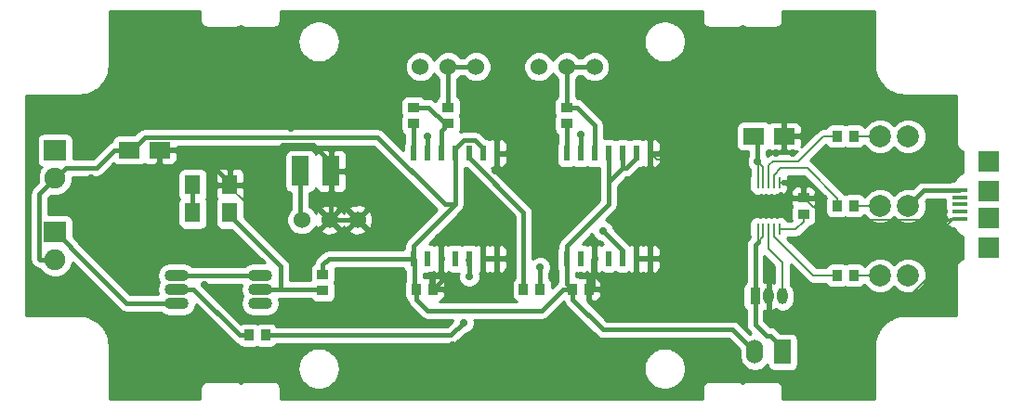
<source format=gbr>
%TF.GenerationSoftware,KiCad,Pcbnew,0.201511041201+6297~30~ubuntu15.04.1-product*%
%TF.CreationDate,2015-11-12T00:10:28+01:00*%
%TF.ProjectId,transmitter,7472616E736D69747465722E6B696361,rev?*%
%TF.FileFunction,Copper,L2,Bot,Signal*%
%FSLAX46Y46*%
G04 Gerber Fmt 4.6, Leading zero omitted, Abs format (unit mm)*
G04 Created by KiCad (PCBNEW 0.201511041201+6297~30~ubuntu15.04.1-product) date czw, 12 lis 2015, 00:10:28*
%MOMM*%
G01*
G04 APERTURE LIST*
%ADD10C,0.100000*%
%ADD11R,1.897380X1.897380*%
%ADD12R,1.348740X0.398780*%
%ADD13R,1.346200X0.398780*%
%ADD14R,1.950720X1.501140*%
%ADD15R,1.000760X0.899160*%
%ADD16R,0.899160X1.000760*%
%ADD17C,1.998980*%
%ADD18R,2.000000X1.900000*%
%ADD19C,1.900000*%
%ADD20R,1.400000X1.800000*%
%ADD21R,0.949960X1.498600*%
%ADD22O,0.949960X1.498600*%
%ADD23O,2.200000X1.100000*%
%ADD24R,1.600200X2.692400*%
%ADD25C,1.524000*%
%ADD26R,0.250000X1.000000*%
%ADD27R,0.551180X1.430020*%
%ADD28R,1.524000X2.199640*%
%ADD29O,1.524000X2.199640*%
%ADD30C,0.711200*%
%ADD31C,0.203200*%
%ADD32C,0.406400*%
%ADD33C,0.254000*%
G04 APERTURE END LIST*
D10*
D11*
X140716000Y-101544120D03*
X140716000Y-103941880D03*
X140716000Y-106692700D03*
X140716000Y-98793300D03*
D12*
X138041380Y-101442520D03*
D13*
X138041380Y-102095300D03*
X138041380Y-102743000D03*
X138041380Y-103390700D03*
X138041380Y-104043480D03*
D14*
X122024140Y-96520000D03*
X119275860Y-96520000D03*
D15*
X102235000Y-95366840D03*
X102235000Y-93863160D03*
D16*
X98308160Y-110490000D03*
X99811840Y-110490000D03*
D15*
X88265000Y-95366840D03*
X88265000Y-93863160D03*
D17*
X130810000Y-109220000D03*
X133350000Y-109220000D03*
X130810000Y-102870000D03*
X133350000Y-102870000D03*
X130810000Y-96520000D03*
X133350000Y-96520000D03*
D18*
X55626000Y-105268000D03*
D19*
X55626000Y-107808000D03*
D20*
X68150000Y-103505000D03*
X71550000Y-103505000D03*
X71550000Y-100965000D03*
X68150000Y-100965000D03*
D21*
X119400320Y-111125000D03*
D22*
X120650000Y-111125000D03*
X121899680Y-111125000D03*
D23*
X66675000Y-109220000D03*
X66675000Y-110490000D03*
X66675000Y-111760000D03*
X74295000Y-111760000D03*
X74295000Y-110490000D03*
X74295000Y-109220000D03*
D16*
X128386840Y-109220000D03*
X126883160Y-109220000D03*
X128386840Y-102870000D03*
X126883160Y-102870000D03*
X128386840Y-96520000D03*
X126883160Y-96520000D03*
D15*
X123825000Y-103621840D03*
X123825000Y-102118160D03*
X91440000Y-93863160D03*
X91440000Y-95366840D03*
D16*
X73289160Y-114681000D03*
X74792840Y-114681000D03*
D15*
X80010000Y-109103160D03*
X80010000Y-110606840D03*
D24*
X80772000Y-99695000D03*
X77978000Y-99695000D03*
D25*
X102235000Y-90170000D03*
X99695000Y-90170000D03*
X104775000Y-90170000D03*
X91440000Y-90170000D03*
X88900000Y-90170000D03*
X93980000Y-90170000D03*
X80645000Y-104140000D03*
X83185000Y-104140000D03*
X78105000Y-104140000D03*
D26*
X119650000Y-100756900D03*
X120150000Y-100756900D03*
X120650000Y-100756900D03*
X121150000Y-100756900D03*
X121650000Y-100756900D03*
X121650000Y-104983100D03*
X121150000Y-104983100D03*
X120650000Y-104983100D03*
X120150000Y-104983100D03*
X119650000Y-104983100D03*
D27*
X102235000Y-98059240D03*
X103505000Y-98059240D03*
X104775000Y-98059240D03*
X106045000Y-98059240D03*
X107315000Y-98059240D03*
X108585000Y-98059240D03*
X109855000Y-98059240D03*
X109855000Y-107680760D03*
X108585000Y-107680760D03*
X107315000Y-107680760D03*
X106045000Y-107680760D03*
X104775000Y-107680760D03*
X103505000Y-107680760D03*
X102235000Y-107680760D03*
X88265000Y-98059240D03*
X89535000Y-98059240D03*
X90805000Y-98059240D03*
X92075000Y-98059240D03*
X93345000Y-98059240D03*
X94615000Y-98059240D03*
X95885000Y-98059240D03*
X95885000Y-107680760D03*
X94615000Y-107680760D03*
X93345000Y-107680760D03*
X92075000Y-107680760D03*
X90805000Y-107680760D03*
X89535000Y-107680760D03*
X88265000Y-107680760D03*
D28*
X121920000Y-116205000D03*
D29*
X119380000Y-116205000D03*
D18*
X55626000Y-97805000D03*
D19*
X55626000Y-100345000D03*
D16*
X88529160Y-110490000D03*
X90032840Y-110490000D03*
X102753160Y-110490000D03*
X104256840Y-110490000D03*
D14*
X65128140Y-97790000D03*
X62379860Y-97790000D03*
D30*
X55880000Y-112268000D03*
X104648000Y-85979000D03*
X97536000Y-86614000D03*
X93853000Y-85979000D03*
X88773000Y-86106000D03*
X85217000Y-85852000D03*
X83566000Y-92075000D03*
X83439000Y-87757000D03*
X81026000Y-95123000D03*
X80645000Y-91186000D03*
X77089000Y-95758000D03*
X75565000Y-88138000D03*
X73787000Y-92329000D03*
X72517000Y-87884000D03*
X71120000Y-92837000D03*
X68072000Y-88138000D03*
X67691000Y-91567000D03*
X62230000Y-87630000D03*
X134874000Y-99314000D03*
X136398000Y-99441000D03*
X136398000Y-95631000D03*
X133731000Y-93218000D03*
X129413000Y-93726000D03*
X128397000Y-88773000D03*
X125603000Y-93472000D03*
X124714000Y-86233000D03*
X121666000Y-91948000D03*
X120142000Y-88519000D03*
X116332000Y-94361000D03*
X116078000Y-89535000D03*
X111125000Y-93345000D03*
X116586000Y-98044000D03*
X113030000Y-100330000D03*
X117348000Y-103378000D03*
X112522000Y-104521000D03*
X116586000Y-107696000D03*
X113665000Y-108331000D03*
X115824000Y-110744000D03*
X112776000Y-111125000D03*
X130302000Y-112649000D03*
X129921000Y-117983000D03*
X128524000Y-114173000D03*
X126365000Y-119888000D03*
X124841000Y-117094000D03*
X123190000Y-119888000D03*
X122555000Y-118491000D03*
X119761000Y-118745000D03*
X115824000Y-118237000D03*
X114681000Y-116078000D03*
X112649000Y-120142000D03*
X108839000Y-120015000D03*
X106426000Y-115951000D03*
X104521000Y-119507000D03*
X102235000Y-115189000D03*
X100584000Y-119888000D03*
X98679000Y-115062000D03*
X96012000Y-114427000D03*
X96520000Y-117983000D03*
X92964000Y-119507000D03*
X91821000Y-115570000D03*
X89789000Y-118999000D03*
X88519000Y-116332000D03*
X86360000Y-119761000D03*
X85471000Y-116459000D03*
X82931000Y-117729000D03*
X82931000Y-119888000D03*
X77724000Y-119761000D03*
X76581000Y-117094000D03*
X74803000Y-118110000D03*
X71501000Y-115824000D03*
X70739000Y-117729000D03*
X68961000Y-114935000D03*
X67183000Y-117729000D03*
X66929000Y-114681000D03*
X65024000Y-117983000D03*
X63373000Y-114046000D03*
X63627000Y-116967000D03*
X61087000Y-115951000D03*
X61214000Y-112649000D03*
X59182000Y-112649000D03*
X58166000Y-110363000D03*
X56134000Y-109982000D03*
X54356000Y-110490000D03*
X53467000Y-99060000D03*
X53213000Y-95123000D03*
X54864000Y-94107000D03*
X57658000Y-94234000D03*
X59309000Y-95631000D03*
X59055000Y-97663000D03*
X58928000Y-100330000D03*
X60706000Y-99949000D03*
X61722000Y-101727000D03*
X61214000Y-103251000D03*
X59690000Y-101600000D03*
X59563000Y-104013000D03*
X63246000Y-107188000D03*
X64262000Y-110363000D03*
X62865000Y-109474000D03*
X60960000Y-106045000D03*
X62738000Y-103251000D03*
X63373000Y-105410000D03*
X64643000Y-103251000D03*
X65151000Y-107442000D03*
X66294000Y-105537000D03*
X67691000Y-107442000D03*
X69342000Y-105791000D03*
X69596000Y-108077000D03*
X69215000Y-110109000D03*
X70485000Y-110490000D03*
X71501000Y-112141000D03*
X77470000Y-113538000D03*
X80772000Y-113284000D03*
X82169000Y-111887000D03*
X82677000Y-109093000D03*
X84455000Y-110998000D03*
X86233000Y-112903000D03*
X86106000Y-109347000D03*
X91948000Y-110998000D03*
X84709000Y-98933000D03*
X62865000Y-95631000D03*
X64389000Y-95123000D03*
X65913000Y-95123000D03*
X68199000Y-95250000D03*
X68707000Y-99060000D03*
X67310000Y-98933000D03*
X65913000Y-99822000D03*
X64770000Y-100711000D03*
X63373000Y-99949000D03*
X73914000Y-102489000D03*
X74168000Y-100965000D03*
X72390000Y-98425000D03*
X70612000Y-98679000D03*
X83185000Y-98044000D03*
X83058000Y-99568000D03*
X82423000Y-101219000D03*
X89789000Y-109220000D03*
X111506000Y-98679000D03*
X111506000Y-97282000D03*
X110363000Y-96139000D03*
X109093000Y-96139000D03*
X95885000Y-96139000D03*
X97282000Y-96647000D03*
X97409000Y-98044000D03*
X97282000Y-99441000D03*
X95758000Y-99695000D03*
X90551000Y-105791000D03*
X91694000Y-105791000D03*
X95250000Y-110744000D03*
X96520000Y-109982000D03*
X97028000Y-108712000D03*
X97155000Y-107315000D03*
X100076000Y-106680000D03*
X101219000Y-109347000D03*
X103505000Y-109220000D03*
X106680000Y-109474000D03*
X105537000Y-109601000D03*
X106299000Y-111887000D03*
X108204000Y-111633000D03*
X110109000Y-110236000D03*
X111125000Y-109728000D03*
X111252000Y-108077000D03*
X110998000Y-106426000D03*
X109728000Y-105410000D03*
X108712000Y-105410000D03*
X107696000Y-105791000D03*
X96647000Y-105283000D03*
X95377000Y-105410000D03*
X94234000Y-105791000D03*
X125931931Y-104174291D03*
X135382000Y-104174291D03*
X136652000Y-103378000D03*
X136652000Y-104902000D03*
X124206000Y-100838000D03*
X125095000Y-101981000D03*
X122809000Y-98044000D03*
X121285000Y-98044000D03*
X120904000Y-94869000D03*
X122174000Y-94869000D03*
X123698000Y-95250000D03*
X122555000Y-102108000D03*
X123698000Y-96520000D03*
X119634000Y-98806000D03*
X99822000Y-108458000D03*
X105537000Y-105156000D03*
X93345000Y-109347000D03*
X92837000Y-113538000D03*
X103505000Y-96393000D03*
X89535000Y-96520000D03*
D31*
X58166000Y-110363000D02*
X56261000Y-112268000D01*
X56261000Y-112268000D02*
X55880000Y-112268000D01*
X104648000Y-85979000D02*
X104648000Y-86868000D01*
X104648000Y-86868000D02*
X111125000Y-93345000D01*
X93853000Y-85979000D02*
X96901000Y-85979000D01*
X96901000Y-85979000D02*
X97536000Y-86614000D01*
X85217000Y-85852000D02*
X88519000Y-85852000D01*
X88519000Y-85852000D02*
X88773000Y-86106000D01*
X83439000Y-87757000D02*
X83439000Y-91948000D01*
X83439000Y-91948000D02*
X83566000Y-92075000D01*
X80645000Y-91186000D02*
X81026000Y-91567000D01*
X81026000Y-91567000D02*
X81026000Y-95123000D01*
X75565000Y-88138000D02*
X77089000Y-89662000D01*
X77089000Y-89662000D02*
X77089000Y-95758000D01*
X72517000Y-87884000D02*
X73787000Y-89154000D01*
X73787000Y-89154000D02*
X73787000Y-92329000D01*
X68072000Y-88138000D02*
X71120000Y-91186000D01*
X71120000Y-91186000D02*
X71120000Y-92837000D01*
X62230000Y-87630000D02*
X63754000Y-87630000D01*
X63754000Y-87630000D02*
X67691000Y-91567000D01*
X136398000Y-99441000D02*
X135001000Y-99441000D01*
X135001000Y-99441000D02*
X134874000Y-99314000D01*
X133731000Y-93218000D02*
X136144000Y-95631000D01*
X136144000Y-95631000D02*
X136398000Y-95631000D01*
X128397000Y-88773000D02*
X128397000Y-92710000D01*
X128397000Y-92710000D02*
X129413000Y-93726000D01*
X124714000Y-86233000D02*
X124714000Y-92583000D01*
X124714000Y-92583000D02*
X125603000Y-93472000D01*
X120142000Y-88519000D02*
X120142000Y-90424000D01*
X120142000Y-90424000D02*
X121666000Y-91948000D01*
X116078000Y-89535000D02*
X116078000Y-94107000D01*
X116078000Y-94107000D02*
X116332000Y-94361000D01*
X116586000Y-98044000D02*
X115824000Y-98044000D01*
X115824000Y-98044000D02*
X111125000Y-93345000D01*
X117348000Y-103378000D02*
X114300000Y-100330000D01*
X114300000Y-100330000D02*
X113030000Y-100330000D01*
X116586000Y-107696000D02*
X113411000Y-104521000D01*
X113411000Y-104521000D02*
X112522000Y-104521000D01*
X115824000Y-110744000D02*
X113665000Y-108585000D01*
X113665000Y-108585000D02*
X113665000Y-108331000D01*
X110998000Y-106426000D02*
X110998000Y-109347000D01*
X110998000Y-109347000D02*
X112776000Y-111125000D01*
X130302000Y-112649000D02*
X131947920Y-112649000D01*
X131947920Y-112649000D02*
X136652000Y-107944920D01*
X136652000Y-107944920D02*
X136652000Y-105404894D01*
X136652000Y-105404894D02*
X136652000Y-104902000D01*
X128524000Y-114173000D02*
X128524000Y-116586000D01*
X128524000Y-116586000D02*
X129921000Y-117983000D01*
X124841000Y-117094000D02*
X124841000Y-118364000D01*
X124841000Y-118364000D02*
X126365000Y-119888000D01*
X122555000Y-118491000D02*
X122555000Y-119253000D01*
X122555000Y-119253000D02*
X123190000Y-119888000D01*
X115824000Y-118237000D02*
X116332000Y-118745000D01*
X116332000Y-118745000D02*
X119761000Y-118745000D01*
X112649000Y-120142000D02*
X114681000Y-118110000D01*
X114681000Y-118110000D02*
X114681000Y-116078000D01*
X106426000Y-115951000D02*
X106426000Y-117602000D01*
X106426000Y-117602000D02*
X108839000Y-120015000D01*
X102235000Y-115189000D02*
X102235000Y-117221000D01*
X102235000Y-117221000D02*
X104521000Y-119507000D01*
X98679000Y-115062000D02*
X98679000Y-117983000D01*
X98679000Y-117983000D02*
X100584000Y-119888000D01*
X96520000Y-117983000D02*
X96520000Y-114935000D01*
X96520000Y-114935000D02*
X96012000Y-114427000D01*
X91821000Y-115570000D02*
X92964000Y-116713000D01*
X92964000Y-116713000D02*
X92964000Y-119507000D01*
X88519000Y-116332000D02*
X89789000Y-117602000D01*
X89789000Y-117602000D02*
X89789000Y-118999000D01*
X85471000Y-116459000D02*
X86360000Y-117348000D01*
X86360000Y-117348000D02*
X86360000Y-119761000D01*
X82931000Y-119888000D02*
X82931000Y-117729000D01*
X76581000Y-117094000D02*
X76581000Y-118618000D01*
X76581000Y-118618000D02*
X77724000Y-119761000D01*
X71501000Y-115824000D02*
X72517000Y-115824000D01*
X72517000Y-115824000D02*
X74803000Y-118110000D01*
X68961000Y-114935000D02*
X68961000Y-115951000D01*
X68961000Y-115951000D02*
X70739000Y-117729000D01*
X66929000Y-114681000D02*
X66929000Y-117475000D01*
X66929000Y-117475000D02*
X67183000Y-117729000D01*
X63373000Y-114046000D02*
X65024000Y-115697000D01*
X65024000Y-115697000D02*
X65024000Y-117983000D01*
X62865000Y-117729000D02*
X63627000Y-116967000D01*
X61087000Y-115951000D02*
X62865000Y-117729000D01*
X59182000Y-112649000D02*
X61214000Y-112649000D01*
X54356000Y-110490000D02*
X55626000Y-110490000D01*
X55626000Y-110490000D02*
X56134000Y-109982000D01*
X53213000Y-95123000D02*
X53213000Y-98806000D01*
X53213000Y-98806000D02*
X53467000Y-99060000D01*
X57658000Y-94234000D02*
X54991000Y-94234000D01*
X54991000Y-94234000D02*
X54864000Y-94107000D01*
X59055000Y-97663000D02*
X59055000Y-95885000D01*
X59055000Y-95885000D02*
X59309000Y-95631000D01*
X60706000Y-99949000D02*
X60325000Y-100330000D01*
X60325000Y-100330000D02*
X58928000Y-100330000D01*
X61214000Y-103251000D02*
X61214000Y-102235000D01*
X61214000Y-102235000D02*
X61722000Y-101727000D01*
X59563000Y-104013000D02*
X59563000Y-101727000D01*
X59563000Y-101727000D02*
X59690000Y-101600000D01*
X64262000Y-110363000D02*
X63246000Y-109347000D01*
X63246000Y-109347000D02*
X63246000Y-107188000D01*
X60960000Y-106045000D02*
X60960000Y-107569000D01*
X60960000Y-107569000D02*
X62865000Y-109474000D01*
X63373000Y-105410000D02*
X63373000Y-103886000D01*
X63373000Y-103886000D02*
X62738000Y-103251000D01*
X65151000Y-107442000D02*
X64643000Y-106934000D01*
X64643000Y-106934000D02*
X64643000Y-103251000D01*
X67691000Y-107442000D02*
X67691000Y-106934000D01*
X67691000Y-106934000D02*
X66294000Y-105537000D01*
X69596000Y-108077000D02*
X69596000Y-106045000D01*
X69596000Y-106045000D02*
X69342000Y-105791000D01*
X70485000Y-110490000D02*
X69596000Y-110490000D01*
X69596000Y-110490000D02*
X69215000Y-110109000D01*
X77470000Y-113538000D02*
X72898000Y-113538000D01*
X72898000Y-113538000D02*
X71501000Y-112141000D01*
X82169000Y-111887000D02*
X80772000Y-113284000D01*
X84455000Y-110998000D02*
X82677000Y-109220000D01*
X82677000Y-109220000D02*
X82677000Y-109093000D01*
X86106000Y-109347000D02*
X86106000Y-112776000D01*
X86106000Y-112776000D02*
X86233000Y-112903000D01*
D32*
X95885000Y-107680760D02*
X95885000Y-108966000D01*
X94615000Y-109601000D02*
X94615000Y-108802170D01*
X95885000Y-108966000D02*
X95123000Y-109728000D01*
X95123000Y-109728000D02*
X94742000Y-109728000D01*
X94742000Y-109728000D02*
X94615000Y-109601000D01*
X94615000Y-108802170D02*
X94615000Y-107680760D01*
X90032840Y-110490000D02*
X93980000Y-110490000D01*
X93980000Y-110490000D02*
X94742000Y-109728000D01*
D31*
X91440000Y-110490000D02*
X91592401Y-110642401D01*
X91592401Y-110642401D02*
X91948000Y-110998000D01*
X90032840Y-110490000D02*
X91440000Y-110490000D01*
X84353401Y-99288599D02*
X84709000Y-98933000D01*
X81775300Y-99695000D02*
X83947000Y-99695000D01*
X83947000Y-99695000D02*
X84353401Y-99288599D01*
X80772000Y-99695000D02*
X81775300Y-99695000D01*
X64389000Y-95123000D02*
X63373000Y-95123000D01*
X63373000Y-95123000D02*
X62865000Y-95631000D01*
X68199000Y-95250000D02*
X66040000Y-95250000D01*
X66040000Y-95250000D02*
X65913000Y-95123000D01*
X67310000Y-98933000D02*
X68580000Y-98933000D01*
X68580000Y-98933000D02*
X68707000Y-99060000D01*
X64770000Y-100711000D02*
X65024000Y-100711000D01*
X65024000Y-100711000D02*
X65913000Y-99822000D01*
X65128140Y-97790000D02*
X65128140Y-98743770D01*
X65128140Y-98743770D02*
X63922910Y-99949000D01*
X63922910Y-99949000D02*
X63373000Y-99949000D01*
X73914000Y-102489000D02*
X72874000Y-102489000D01*
X72874000Y-102489000D02*
X71550000Y-101165000D01*
X71550000Y-101165000D02*
X71550000Y-100965000D01*
X72390000Y-98425000D02*
X74168000Y-100203000D01*
X74168000Y-100203000D02*
X74168000Y-100965000D01*
X71550000Y-100965000D02*
X71550000Y-99617000D01*
X71550000Y-99617000D02*
X70612000Y-98679000D01*
X83058000Y-99568000D02*
X83058000Y-98171000D01*
X83058000Y-98171000D02*
X83185000Y-98044000D01*
X81775300Y-99695000D02*
X82423000Y-100342700D01*
X82423000Y-100342700D02*
X82423000Y-101219000D01*
X89789000Y-109220000D02*
X89789000Y-110246160D01*
X89789000Y-110246160D02*
X90032840Y-110490000D01*
X111506000Y-98679000D02*
X110474760Y-98679000D01*
X110474760Y-98679000D02*
X109855000Y-98059240D01*
X110363000Y-96139000D02*
X111506000Y-97282000D01*
X109855000Y-98059240D02*
X109855000Y-96901000D01*
X109855000Y-96901000D02*
X109093000Y-96139000D01*
X95885000Y-96139000D02*
X95885000Y-98059240D01*
X97409000Y-98044000D02*
X97409000Y-96774000D01*
X97409000Y-96774000D02*
X97282000Y-96647000D01*
X95758000Y-99695000D02*
X97028000Y-99695000D01*
X97028000Y-99695000D02*
X97282000Y-99441000D01*
X91694000Y-105791000D02*
X90551000Y-105791000D01*
X96520000Y-109982000D02*
X96012000Y-109982000D01*
X96012000Y-109982000D02*
X95250000Y-110744000D01*
X97155000Y-107315000D02*
X97155000Y-108585000D01*
X97155000Y-108585000D02*
X97028000Y-108712000D01*
X101219000Y-109347000D02*
X101219000Y-107823000D01*
X101219000Y-107823000D02*
X100076000Y-106680000D01*
X106680000Y-109474000D02*
X103759000Y-109474000D01*
X103759000Y-109474000D02*
X103505000Y-109220000D01*
X106299000Y-111887000D02*
X105537000Y-111125000D01*
X105537000Y-111125000D02*
X105537000Y-109601000D01*
X110109000Y-110236000D02*
X109601000Y-110236000D01*
X109601000Y-110236000D02*
X108204000Y-111633000D01*
X111252000Y-108077000D02*
X111252000Y-109601000D01*
X111252000Y-109601000D02*
X111125000Y-109728000D01*
X109728000Y-105410000D02*
X109982000Y-105410000D01*
X109982000Y-105410000D02*
X110998000Y-106426000D01*
X108585000Y-107680760D02*
X108585000Y-105537000D01*
X108585000Y-105537000D02*
X108712000Y-105410000D01*
X107696000Y-105791000D02*
X108585000Y-106680000D01*
X108585000Y-106680000D02*
X108585000Y-107680760D01*
X95885000Y-106553000D02*
X95885000Y-107680760D01*
X95885000Y-105918000D02*
X95885000Y-106553000D01*
X95885000Y-106553000D02*
X95885000Y-106045000D01*
X95885000Y-106045000D02*
X96647000Y-105283000D01*
X95377000Y-105410000D02*
X95885000Y-105918000D01*
X94615000Y-107680760D02*
X94615000Y-106172000D01*
X94615000Y-106172000D02*
X94234000Y-105791000D01*
D32*
X71550000Y-100965000D02*
X72656400Y-100965000D01*
X72656400Y-100965000D02*
X76339400Y-97282000D01*
X80645000Y-98933000D02*
X80772000Y-99060000D01*
X76339400Y-97282000D02*
X79121000Y-97282000D01*
X79121000Y-97282000D02*
X80645000Y-98806000D01*
X80645000Y-98806000D02*
X80645000Y-98933000D01*
X80772000Y-99060000D02*
X80772000Y-99695000D01*
X108077000Y-109310170D02*
X109383830Y-109310170D01*
X109383830Y-109310170D02*
X109855000Y-108839000D01*
X109855000Y-108839000D02*
X109855000Y-107680760D01*
X108077000Y-109310170D02*
X108585000Y-108802170D01*
X106897170Y-110490000D02*
X108077000Y-109310170D01*
X104256840Y-110490000D02*
X106897170Y-110490000D01*
X108585000Y-108802170D02*
X108585000Y-107680760D01*
X80645000Y-104140000D02*
X83185000Y-104140000D01*
X80772000Y-99695000D02*
X80772000Y-104013000D01*
X80772000Y-104013000D02*
X80645000Y-104140000D01*
X65128140Y-97790000D02*
X68575000Y-97790000D01*
X68575000Y-97790000D02*
X71550000Y-100765000D01*
X71550000Y-100765000D02*
X71550000Y-100965000D01*
X90032840Y-110490000D02*
X90805000Y-109717840D01*
X90805000Y-109717840D02*
X90805000Y-107680760D01*
X104256840Y-110490000D02*
X104648000Y-110098840D01*
X104648000Y-110098840D02*
X104648000Y-107807760D01*
X104648000Y-107807760D02*
X104775000Y-107680760D01*
D31*
X137034269Y-104174291D02*
X135382000Y-104174291D01*
X135382000Y-104174291D02*
X125931931Y-104174291D01*
X136652000Y-103378000D02*
X136178291Y-103378000D01*
X136178291Y-103378000D02*
X135382000Y-104174291D01*
X138041380Y-104043480D02*
X137510520Y-104043480D01*
X137510520Y-104043480D02*
X136652000Y-104902000D01*
X125095000Y-101981000D02*
X125095000Y-101727000D01*
X125095000Y-101727000D02*
X124206000Y-100838000D01*
X121285000Y-98044000D02*
X122809000Y-98044000D01*
X122174000Y-94869000D02*
X120904000Y-94869000D01*
X123698000Y-96520000D02*
X123698000Y-95250000D01*
X138041380Y-104043480D02*
X137165080Y-104043480D01*
X137165080Y-104043480D02*
X137034269Y-104174291D01*
X125931931Y-104174291D02*
X123875800Y-102118160D01*
X123875800Y-102118160D02*
X123825000Y-102118160D01*
X122555000Y-102108000D02*
X123814840Y-102108000D01*
X123814840Y-102108000D02*
X123825000Y-102118160D01*
X122024140Y-96520000D02*
X123698000Y-96520000D01*
X123825000Y-102118160D02*
X123825000Y-101465380D01*
X123825000Y-101465380D02*
X123116520Y-100756900D01*
X123116520Y-100756900D02*
X121978200Y-100756900D01*
X121978200Y-100756900D02*
X121650000Y-100756900D01*
X120150000Y-100756900D02*
X120150000Y-99322000D01*
X120150000Y-99322000D02*
X119634000Y-98806000D01*
X119650000Y-100756900D02*
X119650000Y-98822000D01*
X119650000Y-98822000D02*
X119634000Y-98806000D01*
D32*
X119634000Y-98806000D02*
X119634000Y-96878140D01*
X119634000Y-96878140D02*
X119275860Y-96520000D01*
X133350000Y-102870000D02*
X134747000Y-101473000D01*
X134747000Y-101473000D02*
X138005410Y-101473000D01*
X138005410Y-101473000D02*
X138008155Y-101475745D01*
X102235000Y-98059240D02*
X102235000Y-95366840D01*
X102235000Y-93863160D02*
X103141780Y-93863160D01*
X103141780Y-93863160D02*
X104775000Y-95496380D01*
X104775000Y-95496380D02*
X104775000Y-96937830D01*
X104775000Y-96937830D02*
X104775000Y-98059240D01*
X102235000Y-90170000D02*
X102235000Y-93863160D01*
X102235000Y-90170000D02*
X104775000Y-90170000D01*
X98308160Y-110490000D02*
X98308160Y-103461820D01*
X98308160Y-103461820D02*
X93345000Y-98498660D01*
X93345000Y-98498660D02*
X93345000Y-98059240D01*
X99822000Y-108458000D02*
X99822000Y-110479840D01*
X99822000Y-110479840D02*
X99811840Y-110490000D01*
X107315000Y-107680760D02*
X107315000Y-106934000D01*
X107315000Y-106934000D02*
X105537000Y-105156000D01*
X88265000Y-98059240D02*
X88265000Y-95366840D01*
X88265000Y-93863160D02*
X89672160Y-93863160D01*
X89672160Y-93863160D02*
X91175840Y-95366840D01*
X91175840Y-95366840D02*
X91440000Y-95366840D01*
X91450160Y-95377000D02*
X91440000Y-95366840D01*
X91440000Y-95366840D02*
X90805000Y-96001840D01*
X90805000Y-96001840D02*
X90805000Y-98059240D01*
D31*
X130810000Y-109220000D02*
X129396508Y-109220000D01*
X129396508Y-109220000D02*
X128386840Y-109220000D01*
X130810000Y-102870000D02*
X129396508Y-102870000D01*
X129396508Y-102870000D02*
X128386840Y-102870000D01*
X130810000Y-96520000D02*
X129396508Y-96520000D01*
X129396508Y-96520000D02*
X128386840Y-96520000D01*
D32*
X66675000Y-111760000D02*
X62118000Y-111760000D01*
X62118000Y-111760000D02*
X57032400Y-106674400D01*
X57032400Y-106674400D02*
X57032400Y-106624400D01*
X57032400Y-106624400D02*
X55676000Y-105268000D01*
X55676000Y-105268000D02*
X55626000Y-105268000D01*
X89578182Y-112445802D02*
X88529160Y-111396780D01*
X102753160Y-110490000D02*
X101897180Y-110490000D01*
X101897180Y-110490000D02*
X99941378Y-112445802D01*
X99941378Y-112445802D02*
X89578182Y-112445802D01*
X88529160Y-111396780D02*
X88529160Y-110490000D01*
X62379860Y-97790000D02*
X62604650Y-97790000D01*
X62604650Y-97790000D02*
X63812421Y-96582229D01*
X63812421Y-96582229D02*
X84974427Y-96582229D01*
X84974427Y-96582229D02*
X91141548Y-102749350D01*
X91141548Y-102749350D02*
X92075000Y-102749350D01*
X88265000Y-107680760D02*
X80576420Y-107680760D01*
X80576420Y-107680760D02*
X80010000Y-108247180D01*
X80010000Y-108247180D02*
X80010000Y-109103160D01*
X92075000Y-98059240D02*
X92075000Y-97619820D01*
X92075000Y-97619820D02*
X92807791Y-96887029D01*
X92807791Y-96887029D02*
X93882209Y-96887029D01*
X93882209Y-96887029D02*
X94615000Y-97619820D01*
X94615000Y-97619820D02*
X94615000Y-98059240D01*
X88265000Y-107680760D02*
X88265000Y-106559350D01*
X88265000Y-106559350D02*
X92075000Y-102749350D01*
X92075000Y-102749350D02*
X92075000Y-99180650D01*
X92075000Y-99180650D02*
X92075000Y-98059240D01*
X107315000Y-99441000D02*
X107642660Y-99441000D01*
X108585000Y-98498660D02*
X108585000Y-98059240D01*
X107642660Y-99441000D02*
X108585000Y-98498660D01*
X106045000Y-100711000D02*
X106045000Y-99180650D01*
X106045000Y-102749350D02*
X106045000Y-100711000D01*
X106045000Y-100711000D02*
X107315000Y-99441000D01*
X107315000Y-99441000D02*
X107315000Y-98059240D01*
X102235000Y-107680760D02*
X102235000Y-106559350D01*
X102235000Y-106559350D02*
X106045000Y-102749350D01*
X106045000Y-99180650D02*
X106045000Y-98059240D01*
X55626000Y-100345000D02*
X56575999Y-99395001D01*
X56575999Y-99395001D02*
X59393099Y-99395001D01*
X59393099Y-99395001D02*
X60998100Y-97790000D01*
X60998100Y-97790000D02*
X62379860Y-97790000D01*
X55626000Y-100345000D02*
X54168799Y-101802201D01*
X54168799Y-101802201D02*
X54168799Y-107694301D01*
X54168799Y-107694301D02*
X54282498Y-107808000D01*
X54282498Y-107808000D02*
X55626000Y-107808000D01*
X88529160Y-110490000D02*
X88392000Y-110352840D01*
X88392000Y-110352840D02*
X88392000Y-107807760D01*
X88392000Y-107807760D02*
X88265000Y-107680760D01*
X102753160Y-110490000D02*
X102235000Y-109971840D01*
X102235000Y-109971840D02*
X102235000Y-107680760D01*
X119380000Y-116205000D02*
X117348000Y-114173000D01*
X117348000Y-114173000D02*
X105529380Y-114173000D01*
X105529380Y-114173000D02*
X102753160Y-111396780D01*
X102753160Y-111396780D02*
X102753160Y-110490000D01*
X68150000Y-100965000D02*
X68150000Y-103505000D01*
X74295000Y-110490000D02*
X76200000Y-110490000D01*
X76200000Y-110490000D02*
X76200000Y-108355000D01*
X76200000Y-108355000D02*
X71550000Y-103705000D01*
X71550000Y-103705000D02*
X71550000Y-103505000D01*
X74295000Y-110490000D02*
X79893160Y-110490000D01*
X79893160Y-110490000D02*
X80010000Y-110606840D01*
X119400320Y-111125000D02*
X119400320Y-113685320D01*
X120413780Y-114698780D02*
X120751600Y-114698780D01*
X119400320Y-113685320D02*
X120413780Y-114698780D01*
X120751600Y-114698780D02*
X121920000Y-115867180D01*
X121920000Y-115867180D02*
X121920000Y-116205000D01*
X119650000Y-106186300D02*
X119400320Y-106435980D01*
X119400320Y-106435980D02*
X119400320Y-111125000D01*
D31*
X119650000Y-104983100D02*
X119650000Y-106186300D01*
X119650000Y-106186300D02*
X120150000Y-105686300D01*
X120150000Y-105686300D02*
X120150000Y-104983100D01*
X119650000Y-110875320D02*
X119400320Y-111125000D01*
X120650000Y-104983100D02*
X120650000Y-106807000D01*
X120650000Y-106807000D02*
X121899680Y-108056680D01*
X121899680Y-108056680D02*
X121899680Y-110172500D01*
X121899680Y-110172500D02*
X121899680Y-111125000D01*
D32*
X66675000Y-109220000D02*
X74295000Y-109220000D01*
X73289160Y-114681000D02*
X72433180Y-114681000D01*
X72433180Y-114681000D02*
X68242180Y-110490000D01*
X68242180Y-110490000D02*
X68181400Y-110490000D01*
X68181400Y-110490000D02*
X66675000Y-110490000D01*
X77978000Y-99695000D02*
X77978000Y-104013000D01*
X77978000Y-104013000D02*
X78105000Y-104140000D01*
D31*
X126883160Y-109220000D02*
X124683700Y-109220000D01*
X124683700Y-109220000D02*
X121150000Y-105686300D01*
X121150000Y-105686300D02*
X121150000Y-104983100D01*
X126883160Y-102870000D02*
X126883160Y-102166420D01*
X126883160Y-102166420D02*
X124157740Y-99441000D01*
X124157740Y-99441000D02*
X121762700Y-99441000D01*
X121762700Y-99441000D02*
X121150000Y-100053700D01*
X121150000Y-100053700D02*
X121150000Y-100756900D01*
X126883160Y-96520000D02*
X125603000Y-96520000D01*
X125603000Y-96520000D02*
X123317000Y-98806000D01*
X123317000Y-98806000D02*
X121031000Y-98806000D01*
X121031000Y-98806000D02*
X120650000Y-99187000D01*
X120650000Y-99187000D02*
X120650000Y-100756900D01*
X123825000Y-103621840D02*
X123825000Y-104274620D01*
X123825000Y-104274620D02*
X123116520Y-104983100D01*
X123116520Y-104983100D02*
X121978200Y-104983100D01*
X121978200Y-104983100D02*
X121650000Y-104983100D01*
D32*
X91440000Y-90170000D02*
X93980000Y-90170000D01*
X91440000Y-93863160D02*
X91440000Y-90170000D01*
X93345000Y-108844106D02*
X93345000Y-109347000D01*
X93345000Y-107934760D02*
X93345000Y-108844106D01*
X93218000Y-107807760D02*
X93345000Y-107934760D01*
X93345000Y-107680760D02*
X93345000Y-109347000D01*
X74792840Y-114681000D02*
X91694000Y-114681000D01*
X91694000Y-114681000D02*
X92837000Y-113538000D01*
X103505000Y-96393000D02*
X103505000Y-98059240D01*
X89535000Y-96520000D02*
X89535000Y-98059240D01*
D33*
G36*
X68840142Y-85942907D02*
X68892285Y-86205045D01*
X69040774Y-86427275D01*
X69263004Y-86575764D01*
X69525142Y-86627907D01*
X72055773Y-86627907D01*
X72317911Y-86575764D01*
X72501155Y-86453325D01*
X72684399Y-86575764D01*
X72946537Y-86627907D01*
X75476614Y-86627907D01*
X75738752Y-86575764D01*
X75960982Y-86427275D01*
X76109471Y-86205045D01*
X76161614Y-85942907D01*
X76161614Y-85064659D01*
X114597074Y-85064659D01*
X114597074Y-85942907D01*
X114649217Y-86205045D01*
X114797706Y-86427275D01*
X115019936Y-86575764D01*
X115282074Y-86627907D01*
X117812154Y-86627907D01*
X118074292Y-86575764D01*
X118257536Y-86453325D01*
X118440780Y-86575764D01*
X118702918Y-86627907D01*
X121232995Y-86627907D01*
X121495133Y-86575764D01*
X121717363Y-86427275D01*
X121865852Y-86205045D01*
X121917995Y-85942907D01*
X121917995Y-85064659D01*
X130241115Y-85064659D01*
X130241115Y-89934255D01*
X130247869Y-89968210D01*
X130244540Y-90002669D01*
X130288637Y-90441987D01*
X130308673Y-90507595D01*
X130315752Y-90575829D01*
X130441981Y-90984281D01*
X130474165Y-91043746D01*
X130494157Y-91108336D01*
X130694247Y-91477649D01*
X130736499Y-91528545D01*
X130767786Y-91586831D01*
X131032923Y-91908741D01*
X131084271Y-91950729D01*
X131126271Y-92002073D01*
X131447629Y-92266657D01*
X131505866Y-92297904D01*
X131556715Y-92340117D01*
X131926027Y-92540207D01*
X131990744Y-92560238D01*
X132050331Y-92592459D01*
X132459334Y-92718688D01*
X132527395Y-92725723D01*
X132592842Y-92745719D01*
X133031610Y-92789815D01*
X133066111Y-92786486D01*
X133100109Y-92793249D01*
X137758039Y-92793249D01*
X137758039Y-97215258D01*
X137810182Y-97477396D01*
X137958671Y-97699626D01*
X138180901Y-97848115D01*
X138303000Y-97872402D01*
X138303000Y-99833677D01*
X137982336Y-99966173D01*
X137691275Y-100256726D01*
X137550525Y-100595690D01*
X137367010Y-100595690D01*
X137159159Y-100634800D01*
X134747000Y-100634800D01*
X134426234Y-100698604D01*
X134154303Y-100880303D01*
X133762939Y-101271667D01*
X133676547Y-101235794D01*
X133026306Y-101235226D01*
X132425345Y-101483538D01*
X132079801Y-101828480D01*
X131737073Y-101485154D01*
X131136547Y-101235794D01*
X130486306Y-101235226D01*
X129885345Y-101483538D01*
X129425154Y-101942927D01*
X129382514Y-102045616D01*
X129300510Y-101918179D01*
X129088310Y-101773189D01*
X128836420Y-101722180D01*
X127937260Y-101722180D01*
X127701943Y-101766458D01*
X127636454Y-101808599D01*
X127584630Y-101773189D01*
X127474372Y-101750861D01*
X127404015Y-101645565D01*
X124678595Y-98920145D01*
X124439625Y-98760470D01*
X124410111Y-98754599D01*
X125861191Y-97303519D01*
X125969490Y-97471821D01*
X126181690Y-97616811D01*
X126433580Y-97667820D01*
X127332740Y-97667820D01*
X127568057Y-97623542D01*
X127633546Y-97581401D01*
X127685370Y-97616811D01*
X127937260Y-97667820D01*
X128836420Y-97667820D01*
X129071737Y-97623542D01*
X129287861Y-97484470D01*
X129382661Y-97345725D01*
X129423538Y-97444655D01*
X129882927Y-97904846D01*
X130483453Y-98154206D01*
X131133694Y-98154774D01*
X131734655Y-97906462D01*
X132080199Y-97561520D01*
X132422927Y-97904846D01*
X133023453Y-98154206D01*
X133673694Y-98154774D01*
X134274655Y-97906462D01*
X134734846Y-97447073D01*
X134984206Y-96846547D01*
X134984774Y-96196306D01*
X134736462Y-95595345D01*
X134277073Y-95135154D01*
X133676547Y-94885794D01*
X133026306Y-94885226D01*
X132425345Y-95133538D01*
X132079801Y-95478480D01*
X131737073Y-95135154D01*
X131136547Y-94885794D01*
X130486306Y-94885226D01*
X129885345Y-95133538D01*
X129425154Y-95592927D01*
X129382514Y-95695616D01*
X129300510Y-95568179D01*
X129088310Y-95423189D01*
X128836420Y-95372180D01*
X127937260Y-95372180D01*
X127701943Y-95416458D01*
X127636454Y-95458599D01*
X127584630Y-95423189D01*
X127332740Y-95372180D01*
X126433580Y-95372180D01*
X126198263Y-95416458D01*
X125982139Y-95555530D01*
X125837149Y-95767730D01*
X125833976Y-95783400D01*
X125603000Y-95783400D01*
X125321115Y-95839470D01*
X125082145Y-95999145D01*
X123599208Y-97482082D01*
X123634500Y-97396880D01*
X123634500Y-96805750D01*
X123475750Y-96647000D01*
X122151140Y-96647000D01*
X122151140Y-97746820D01*
X122309890Y-97905570D01*
X123125809Y-97905570D01*
X123211012Y-97870278D01*
X123011890Y-98069400D01*
X121031000Y-98069400D01*
X120749115Y-98125470D01*
X120510145Y-98285145D01*
X120496327Y-98298963D01*
X120474279Y-98245603D01*
X120472200Y-98243520D01*
X120472200Y-97876430D01*
X120486537Y-97873732D01*
X120649228Y-97769043D01*
X120689082Y-97808897D01*
X120922471Y-97905570D01*
X121738390Y-97905570D01*
X121897140Y-97746820D01*
X121897140Y-96647000D01*
X121877140Y-96647000D01*
X121877140Y-96393000D01*
X121897140Y-96393000D01*
X121897140Y-95293180D01*
X122151140Y-95293180D01*
X122151140Y-96393000D01*
X123475750Y-96393000D01*
X123634500Y-96234250D01*
X123634500Y-95643120D01*
X123537827Y-95409731D01*
X123359198Y-95231103D01*
X123125809Y-95134430D01*
X122309890Y-95134430D01*
X122151140Y-95293180D01*
X121897140Y-95293180D01*
X121738390Y-95134430D01*
X120922471Y-95134430D01*
X120689082Y-95231103D01*
X120648111Y-95272074D01*
X120503110Y-95172999D01*
X120251220Y-95121990D01*
X118300500Y-95121990D01*
X118065183Y-95166268D01*
X117849059Y-95305340D01*
X117704069Y-95517540D01*
X117653060Y-95769430D01*
X117653060Y-97270570D01*
X117697338Y-97505887D01*
X117836410Y-97722011D01*
X118048610Y-97867001D01*
X118300500Y-97918010D01*
X118795800Y-97918010D01*
X118795800Y-98243040D01*
X118794700Y-98244138D01*
X118643572Y-98608093D01*
X118643228Y-99002178D01*
X118793721Y-99366397D01*
X118913400Y-99486285D01*
X118913400Y-100079917D01*
X118877560Y-100256900D01*
X118877560Y-101256900D01*
X118921838Y-101492217D01*
X119060910Y-101708341D01*
X119273110Y-101853331D01*
X119525000Y-101904340D01*
X119775000Y-101904340D01*
X119904589Y-101879956D01*
X120025000Y-101904340D01*
X120275000Y-101904340D01*
X120404589Y-101879956D01*
X120525000Y-101904340D01*
X120775000Y-101904340D01*
X120904589Y-101879956D01*
X121025000Y-101904340D01*
X121275000Y-101904340D01*
X121380705Y-101884450D01*
X121398691Y-101891900D01*
X121428750Y-101891900D01*
X121449062Y-101871588D01*
X121510317Y-101860062D01*
X121712500Y-101729961D01*
X121712500Y-101733150D01*
X121871250Y-101891900D01*
X121901309Y-101891900D01*
X122134698Y-101795227D01*
X122313327Y-101616599D01*
X122344114Y-101542271D01*
X122689620Y-101542271D01*
X122689620Y-101832410D01*
X122848370Y-101991160D01*
X123698000Y-101991160D01*
X123698000Y-101192330D01*
X123952000Y-101192330D01*
X123952000Y-101991160D01*
X124801630Y-101991160D01*
X124960380Y-101832410D01*
X124960380Y-101542271D01*
X124863707Y-101308882D01*
X124685079Y-101130253D01*
X124451690Y-101033580D01*
X124110750Y-101033580D01*
X123952000Y-101192330D01*
X123698000Y-101192330D01*
X123539250Y-101033580D01*
X123198310Y-101033580D01*
X122964921Y-101130253D01*
X122786293Y-101308882D01*
X122689620Y-101542271D01*
X122344114Y-101542271D01*
X122410000Y-101383210D01*
X122410000Y-101042650D01*
X122251250Y-100883900D01*
X121922440Y-100883900D01*
X121922440Y-100629900D01*
X122251250Y-100629900D01*
X122410000Y-100471150D01*
X122410000Y-100177600D01*
X123852630Y-100177600D01*
X125829674Y-102154644D01*
X125786140Y-102369620D01*
X125786140Y-103370380D01*
X125830418Y-103605697D01*
X125969490Y-103821821D01*
X126181690Y-103966811D01*
X126433580Y-104017820D01*
X127332740Y-104017820D01*
X127568057Y-103973542D01*
X127633546Y-103931401D01*
X127685370Y-103966811D01*
X127937260Y-104017820D01*
X128836420Y-104017820D01*
X129071737Y-103973542D01*
X129287861Y-103834470D01*
X129382661Y-103695725D01*
X129423538Y-103794655D01*
X129882927Y-104254846D01*
X130483453Y-104504206D01*
X131133694Y-104504774D01*
X131734655Y-104256462D01*
X132080199Y-103911520D01*
X132422927Y-104254846D01*
X133023453Y-104504206D01*
X133673694Y-104504774D01*
X134274655Y-104256462D01*
X134734846Y-103797073D01*
X134984206Y-103196547D01*
X134984774Y-102546306D01*
X134948026Y-102457368D01*
X135094194Y-102311200D01*
X136723947Y-102311200D01*
X136745119Y-102423719D01*
X136720840Y-102543610D01*
X136720840Y-102942390D01*
X136745119Y-103071419D01*
X136720840Y-103191310D01*
X136720840Y-103590090D01*
X136741247Y-103698546D01*
X136733280Y-103717781D01*
X136733280Y-103785035D01*
X136763140Y-103814895D01*
X136765118Y-103825407D01*
X136904190Y-104041531D01*
X137052951Y-104143175D01*
X136892030Y-104143175D01*
X136733280Y-104301925D01*
X136733280Y-104369179D01*
X136829953Y-104602568D01*
X137008581Y-104781197D01*
X137241970Y-104877870D01*
X137549278Y-104877870D01*
X137692793Y-105225204D01*
X137983346Y-105516265D01*
X138303000Y-105648997D01*
X138303000Y-107676679D01*
X138180901Y-107700966D01*
X137958671Y-107849455D01*
X137810182Y-108071685D01*
X137758039Y-108333823D01*
X137758039Y-112834103D01*
X133100109Y-112834103D01*
X133066111Y-112840866D01*
X133031610Y-112837537D01*
X132592842Y-112881633D01*
X132527396Y-112901628D01*
X132459332Y-112908664D01*
X132050330Y-113034894D01*
X131990742Y-113067116D01*
X131926027Y-113087146D01*
X131556715Y-113287236D01*
X131505598Y-113329672D01*
X131447088Y-113361142D01*
X131125730Y-113626278D01*
X131084185Y-113677172D01*
X131033291Y-113718717D01*
X130768154Y-114040075D01*
X130736683Y-114098585D01*
X130694247Y-114149703D01*
X130494157Y-114519016D01*
X130474165Y-114583606D01*
X130441981Y-114643071D01*
X130315752Y-115051523D01*
X130308673Y-115119757D01*
X130288637Y-115185365D01*
X130244540Y-115624684D01*
X130247869Y-115659143D01*
X130241115Y-115693098D01*
X130241115Y-120484422D01*
X121917995Y-120484422D01*
X121917995Y-119547745D01*
X121865852Y-119285607D01*
X121717363Y-119063377D01*
X121495133Y-118914888D01*
X121232995Y-118862745D01*
X118702918Y-118862745D01*
X118440780Y-118914888D01*
X118257536Y-119037327D01*
X118074292Y-118914888D01*
X117812154Y-118862745D01*
X115282074Y-118862745D01*
X115019936Y-118914888D01*
X114797706Y-119063377D01*
X114649217Y-119285607D01*
X114597074Y-119547745D01*
X114597074Y-120484422D01*
X76161614Y-120484422D01*
X76161614Y-119547745D01*
X76109471Y-119285607D01*
X75960982Y-119063377D01*
X75738752Y-118914888D01*
X75476614Y-118862745D01*
X72946537Y-118862745D01*
X72684399Y-118914888D01*
X72501155Y-119037327D01*
X72317911Y-118914888D01*
X72055773Y-118862745D01*
X69525142Y-118862745D01*
X69263004Y-118914888D01*
X69040774Y-119063377D01*
X68892285Y-119285607D01*
X68840142Y-119547745D01*
X68840142Y-120484422D01*
X60588682Y-120484422D01*
X60588682Y-117660980D01*
X77726602Y-117660980D01*
X77733210Y-117729698D01*
X77726602Y-117798416D01*
X77751692Y-118047258D01*
X77771838Y-118113120D01*
X77779032Y-118181621D01*
X77850979Y-118413389D01*
X77883158Y-118472665D01*
X77903150Y-118537081D01*
X78016990Y-118746816D01*
X78059302Y-118797704D01*
X78090652Y-118855988D01*
X78241423Y-119038724D01*
X78292309Y-119080262D01*
X78333848Y-119131149D01*
X78516584Y-119281920D01*
X78574870Y-119313271D01*
X78625757Y-119355582D01*
X78835491Y-119469423D01*
X78899908Y-119489415D01*
X78959182Y-119521593D01*
X79190951Y-119593540D01*
X79259453Y-119600734D01*
X79325315Y-119620880D01*
X79574156Y-119645970D01*
X79642874Y-119639362D01*
X79711592Y-119645970D01*
X79960434Y-119620880D01*
X80026296Y-119600734D01*
X80094797Y-119593540D01*
X80326565Y-119521593D01*
X80385841Y-119489414D01*
X80450257Y-119469422D01*
X80659992Y-119355582D01*
X80710880Y-119313270D01*
X80769164Y-119281920D01*
X80951900Y-119131149D01*
X80993438Y-119080263D01*
X81044325Y-119038724D01*
X81195096Y-118855988D01*
X81226447Y-118797702D01*
X81268758Y-118746815D01*
X81382599Y-118537081D01*
X81402591Y-118472664D01*
X81434769Y-118413390D01*
X81506716Y-118181621D01*
X81513910Y-118113119D01*
X81534056Y-118047257D01*
X81559146Y-117798416D01*
X81552538Y-117729698D01*
X81559146Y-117660980D01*
X109249822Y-117660980D01*
X109256430Y-117729698D01*
X109249822Y-117798416D01*
X109274912Y-118047258D01*
X109295058Y-118113120D01*
X109302252Y-118181621D01*
X109374199Y-118413389D01*
X109406378Y-118472665D01*
X109426370Y-118537081D01*
X109540210Y-118746816D01*
X109582522Y-118797704D01*
X109613872Y-118855988D01*
X109764643Y-119038724D01*
X109815529Y-119080262D01*
X109857069Y-119131150D01*
X110039807Y-119281922D01*
X110098089Y-119313270D01*
X110148976Y-119355582D01*
X110358710Y-119469422D01*
X110423126Y-119489414D01*
X110482402Y-119521593D01*
X110714171Y-119593540D01*
X110782673Y-119600734D01*
X110848535Y-119620880D01*
X111097376Y-119645970D01*
X111166094Y-119639362D01*
X111234812Y-119645970D01*
X111483654Y-119620880D01*
X111549517Y-119600734D01*
X111618016Y-119593540D01*
X111849786Y-119521593D01*
X111909062Y-119489415D01*
X111973480Y-119469422D01*
X112183213Y-119355582D01*
X112234102Y-119313269D01*
X112292384Y-119281920D01*
X112475120Y-119131149D01*
X112516656Y-119080265D01*
X112567544Y-119038726D01*
X112718315Y-118855990D01*
X112749666Y-118797704D01*
X112791979Y-118746815D01*
X112905820Y-118537081D01*
X112925812Y-118472664D01*
X112957990Y-118413390D01*
X113029937Y-118181621D01*
X113037131Y-118113121D01*
X113057278Y-118047255D01*
X113082367Y-117798413D01*
X113075759Y-117729698D01*
X113082367Y-117660983D01*
X113057278Y-117412141D01*
X113037131Y-117346275D01*
X113029937Y-117277775D01*
X112957990Y-117046006D01*
X112925812Y-116986732D01*
X112905820Y-116922315D01*
X112791979Y-116712581D01*
X112749666Y-116661692D01*
X112718315Y-116603406D01*
X112567544Y-116420670D01*
X112516657Y-116379131D01*
X112475121Y-116328248D01*
X112292386Y-116177476D01*
X112234102Y-116146126D01*
X112183213Y-116103813D01*
X111973480Y-115989973D01*
X111909061Y-115969980D01*
X111849783Y-115937801D01*
X111618013Y-115865855D01*
X111549515Y-115858661D01*
X111483654Y-115838516D01*
X111234812Y-115813426D01*
X111166094Y-115820034D01*
X111097376Y-115813426D01*
X110848535Y-115838516D01*
X110782675Y-115858661D01*
X110714174Y-115865855D01*
X110482405Y-115937801D01*
X110423127Y-115969980D01*
X110358710Y-115989973D01*
X110148976Y-116103813D01*
X110098087Y-116146126D01*
X110039805Y-116177475D01*
X109857068Y-116328247D01*
X109815530Y-116379134D01*
X109764643Y-116420672D01*
X109613872Y-116603408D01*
X109582522Y-116661692D01*
X109540210Y-116712580D01*
X109426370Y-116922315D01*
X109406378Y-116986731D01*
X109374199Y-117046007D01*
X109302252Y-117277775D01*
X109295058Y-117346276D01*
X109274912Y-117412138D01*
X109249822Y-117660980D01*
X81559146Y-117660980D01*
X81534056Y-117412139D01*
X81513910Y-117346277D01*
X81506716Y-117277775D01*
X81434769Y-117046006D01*
X81402591Y-116986732D01*
X81382599Y-116922315D01*
X81268758Y-116712581D01*
X81226447Y-116661694D01*
X81195096Y-116603408D01*
X81044325Y-116420672D01*
X80993439Y-116379133D01*
X80951901Y-116328248D01*
X80769166Y-116177476D01*
X80710880Y-116146125D01*
X80659992Y-116103813D01*
X80450257Y-115989973D01*
X80385842Y-115969981D01*
X80326563Y-115937801D01*
X80094794Y-115865855D01*
X80026294Y-115858661D01*
X79960434Y-115838516D01*
X79711592Y-115813426D01*
X79642874Y-115820034D01*
X79574156Y-115813426D01*
X79325315Y-115838516D01*
X79259455Y-115858661D01*
X79190954Y-115865855D01*
X78959185Y-115937801D01*
X78899909Y-115969979D01*
X78835491Y-115989972D01*
X78625757Y-116103813D01*
X78574868Y-116146126D01*
X78516582Y-116177477D01*
X78333846Y-116328248D01*
X78292307Y-116379136D01*
X78241423Y-116420672D01*
X78090652Y-116603408D01*
X78059302Y-116661692D01*
X78016990Y-116712580D01*
X77903150Y-116922315D01*
X77883158Y-116986731D01*
X77850979Y-117046007D01*
X77779032Y-117277775D01*
X77771838Y-117346276D01*
X77751692Y-117412138D01*
X77726602Y-117660980D01*
X60588682Y-117660980D01*
X60588682Y-115693098D01*
X60582011Y-115659560D01*
X60585341Y-115625529D01*
X60541794Y-115186210D01*
X60521596Y-115119776D01*
X60514345Y-115050717D01*
X60387565Y-114642266D01*
X60355696Y-114583555D01*
X60336015Y-114519710D01*
X60136474Y-114150397D01*
X60093849Y-114098932D01*
X60062195Y-114040079D01*
X59797062Y-113718721D01*
X59745947Y-113676994D01*
X59704174Y-113625910D01*
X59382263Y-113360774D01*
X59323975Y-113329487D01*
X59273081Y-113287236D01*
X58903768Y-113087146D01*
X58839179Y-113067154D01*
X58779715Y-113034971D01*
X58371264Y-112908741D01*
X58303030Y-112901661D01*
X58237420Y-112881625D01*
X57798101Y-112837528D01*
X57763642Y-112840857D01*
X57729687Y-112834103D01*
X52949389Y-112834103D01*
X52949389Y-101802201D01*
X53330599Y-101802201D01*
X53330599Y-107694301D01*
X53394403Y-108015067D01*
X53576102Y-108286998D01*
X53689801Y-108400697D01*
X53961733Y-108582396D01*
X54255114Y-108640753D01*
X54281519Y-108704657D01*
X54726997Y-109150914D01*
X55309341Y-109392724D01*
X55939893Y-109393275D01*
X56522657Y-109152481D01*
X56968914Y-108707003D01*
X57210724Y-108124659D01*
X57210800Y-108038194D01*
X61525303Y-112352697D01*
X61797235Y-112534396D01*
X62118000Y-112598200D01*
X65253503Y-112598200D01*
X65637529Y-112854797D01*
X66091009Y-112945000D01*
X67258991Y-112945000D01*
X67712471Y-112854797D01*
X68096913Y-112597922D01*
X68353788Y-112213480D01*
X68424545Y-111857759D01*
X71840483Y-115273697D01*
X72112414Y-115455396D01*
X72283177Y-115489363D01*
X72375490Y-115632821D01*
X72587690Y-115777811D01*
X72839580Y-115828820D01*
X73738740Y-115828820D01*
X73974057Y-115784542D01*
X74039546Y-115742401D01*
X74091370Y-115777811D01*
X74343260Y-115828820D01*
X75242420Y-115828820D01*
X75477737Y-115784542D01*
X75693861Y-115645470D01*
X75780138Y-115519200D01*
X91694000Y-115519200D01*
X92014766Y-115455396D01*
X92286697Y-115273697D01*
X93031623Y-114528771D01*
X93033178Y-114528772D01*
X93397397Y-114378279D01*
X93676300Y-114099862D01*
X93827428Y-113735907D01*
X93827772Y-113341822D01*
X93803881Y-113284002D01*
X99941378Y-113284002D01*
X100262144Y-113220198D01*
X100534075Y-113038499D01*
X101958235Y-111614339D01*
X101978764Y-111717546D01*
X102160463Y-111989477D01*
X104936683Y-114765697D01*
X105208614Y-114947396D01*
X105529380Y-115011200D01*
X117000806Y-115011200D01*
X117983000Y-115993394D01*
X117983000Y-116576807D01*
X118089340Y-117111416D01*
X118392172Y-117564635D01*
X118845391Y-117867467D01*
X119380000Y-117973807D01*
X119914609Y-117867467D01*
X120367828Y-117564635D01*
X120517343Y-117340870D01*
X120554838Y-117540137D01*
X120693910Y-117756261D01*
X120906110Y-117901251D01*
X121158000Y-117952260D01*
X122682000Y-117952260D01*
X122917317Y-117907982D01*
X123133441Y-117768910D01*
X123278431Y-117556710D01*
X123329440Y-117304820D01*
X123329440Y-115105180D01*
X123285162Y-114869863D01*
X123146090Y-114653739D01*
X122933890Y-114508749D01*
X122682000Y-114457740D01*
X121695954Y-114457740D01*
X121344297Y-114106083D01*
X121072366Y-113924384D01*
X120763302Y-113862908D01*
X120238520Y-113338126D01*
X120238520Y-112412938D01*
X120352065Y-112468568D01*
X120523000Y-112342034D01*
X120523000Y-111252000D01*
X120522740Y-111252000D01*
X120522740Y-110998000D01*
X120523000Y-110998000D01*
X120523000Y-109907966D01*
X120352065Y-109781432D01*
X120238520Y-109837062D01*
X120238520Y-107437230D01*
X121163080Y-108361790D01*
X121163080Y-109886839D01*
X120947935Y-109781432D01*
X120777000Y-109907966D01*
X120777000Y-110998000D01*
X120789700Y-110998000D01*
X120789700Y-111252000D01*
X120777000Y-111252000D01*
X120777000Y-112342034D01*
X120947935Y-112468568D01*
X121266344Y-112312569D01*
X121474909Y-112451928D01*
X121899680Y-112536420D01*
X122324451Y-112451928D01*
X122684554Y-112211314D01*
X122925168Y-111851211D01*
X123009660Y-111426440D01*
X123009660Y-110823560D01*
X122925168Y-110398789D01*
X122684554Y-110038686D01*
X122636280Y-110006430D01*
X122636280Y-108214290D01*
X124162845Y-109740855D01*
X124401815Y-109900530D01*
X124683700Y-109956600D01*
X125830999Y-109956600D01*
X125969490Y-110171821D01*
X126181690Y-110316811D01*
X126433580Y-110367820D01*
X127332740Y-110367820D01*
X127568057Y-110323542D01*
X127633546Y-110281401D01*
X127685370Y-110316811D01*
X127937260Y-110367820D01*
X128836420Y-110367820D01*
X129071737Y-110323542D01*
X129287861Y-110184470D01*
X129382661Y-110045725D01*
X129423538Y-110144655D01*
X129882927Y-110604846D01*
X130483453Y-110854206D01*
X131133694Y-110854774D01*
X131734655Y-110606462D01*
X132080199Y-110261520D01*
X132422927Y-110604846D01*
X133023453Y-110854206D01*
X133673694Y-110854774D01*
X134274655Y-110606462D01*
X134734846Y-110147073D01*
X134984206Y-109546547D01*
X134984774Y-108896306D01*
X134736462Y-108295345D01*
X134277073Y-107835154D01*
X133676547Y-107585794D01*
X133026306Y-107585226D01*
X132425345Y-107833538D01*
X132079801Y-108178480D01*
X131737073Y-107835154D01*
X131136547Y-107585794D01*
X130486306Y-107585226D01*
X129885345Y-107833538D01*
X129425154Y-108292927D01*
X129382514Y-108395616D01*
X129300510Y-108268179D01*
X129088310Y-108123189D01*
X128836420Y-108072180D01*
X127937260Y-108072180D01*
X127701943Y-108116458D01*
X127636454Y-108158599D01*
X127584630Y-108123189D01*
X127332740Y-108072180D01*
X126433580Y-108072180D01*
X126198263Y-108116458D01*
X125982139Y-108255530D01*
X125837149Y-108467730D01*
X125833976Y-108483400D01*
X124988810Y-108483400D01*
X122318243Y-105812833D01*
X122371431Y-105734990D01*
X122374527Y-105719700D01*
X123116520Y-105719700D01*
X123398405Y-105663630D01*
X123637375Y-105503955D01*
X124345855Y-104795475D01*
X124407354Y-104703436D01*
X124560697Y-104674582D01*
X124776821Y-104535510D01*
X124921811Y-104323310D01*
X124972820Y-104071420D01*
X124972820Y-103172260D01*
X124928542Y-102936943D01*
X124886702Y-102871922D01*
X124960380Y-102694049D01*
X124960380Y-102403910D01*
X124801630Y-102245160D01*
X123952000Y-102245160D01*
X123952000Y-102265160D01*
X123698000Y-102265160D01*
X123698000Y-102245160D01*
X122848370Y-102245160D01*
X122689620Y-102403910D01*
X122689620Y-102694049D01*
X122762541Y-102870095D01*
X122728189Y-102920370D01*
X122677180Y-103172260D01*
X122677180Y-104071420D01*
X122710124Y-104246500D01*
X122377336Y-104246500D01*
X122239090Y-104031659D01*
X122026890Y-103886669D01*
X121775000Y-103835660D01*
X121525000Y-103835660D01*
X121395411Y-103860044D01*
X121275000Y-103835660D01*
X121025000Y-103835660D01*
X120895411Y-103860044D01*
X120775000Y-103835660D01*
X120525000Y-103835660D01*
X120395411Y-103860044D01*
X120275000Y-103835660D01*
X120025000Y-103835660D01*
X119895411Y-103860044D01*
X119775000Y-103835660D01*
X119525000Y-103835660D01*
X119289683Y-103879938D01*
X119073559Y-104019010D01*
X118928569Y-104231210D01*
X118877560Y-104483100D01*
X118877560Y-105483100D01*
X118913400Y-105673573D01*
X118913400Y-105737506D01*
X118807623Y-105843283D01*
X118625924Y-106115214D01*
X118580952Y-106341303D01*
X118562120Y-106435980D01*
X118562120Y-109854841D01*
X118473899Y-109911610D01*
X118328909Y-110123810D01*
X118277900Y-110375700D01*
X118277900Y-111874300D01*
X118322178Y-112109617D01*
X118461250Y-112325741D01*
X118562120Y-112394662D01*
X118562120Y-113685320D01*
X118625924Y-114006086D01*
X118807623Y-114278017D01*
X119034519Y-114504913D01*
X118893381Y-114532987D01*
X117940697Y-113580303D01*
X117668766Y-113398604D01*
X117348000Y-113334800D01*
X105876574Y-113334800D01*
X104069122Y-111527348D01*
X104129840Y-111466630D01*
X104129840Y-110617000D01*
X104383840Y-110617000D01*
X104383840Y-111466630D01*
X104542590Y-111625380D01*
X104832729Y-111625380D01*
X105066118Y-111528707D01*
X105244747Y-111350079D01*
X105341420Y-111116690D01*
X105341420Y-110775750D01*
X105182670Y-110617000D01*
X104383840Y-110617000D01*
X104129840Y-110617000D01*
X104109840Y-110617000D01*
X104109840Y-110363000D01*
X104129840Y-110363000D01*
X104129840Y-109513370D01*
X104383840Y-109513370D01*
X104383840Y-110363000D01*
X105182670Y-110363000D01*
X105341420Y-110204250D01*
X105341420Y-109863310D01*
X105244747Y-109629921D01*
X105066118Y-109451293D01*
X104832729Y-109354620D01*
X104542590Y-109354620D01*
X104383840Y-109513370D01*
X104129840Y-109513370D01*
X103971090Y-109354620D01*
X103680951Y-109354620D01*
X103504905Y-109427541D01*
X103454630Y-109393189D01*
X103202740Y-109342180D01*
X103073200Y-109342180D01*
X103073200Y-109011577D01*
X103229410Y-109043210D01*
X103780590Y-109043210D01*
X104015907Y-108998932D01*
X104130688Y-108925073D01*
X104139712Y-108934097D01*
X104373101Y-109030770D01*
X104489250Y-109030770D01*
X104648000Y-108872020D01*
X104648000Y-107807760D01*
X104628000Y-107807760D01*
X104628000Y-107553760D01*
X104648000Y-107553760D01*
X104648000Y-106489500D01*
X104489250Y-106330750D01*
X104373101Y-106330750D01*
X104139712Y-106427423D01*
X104130703Y-106436432D01*
X104032480Y-106369319D01*
X103780590Y-106318310D01*
X103661434Y-106318310D01*
X104570010Y-105409734D01*
X104696721Y-105716397D01*
X104975138Y-105995300D01*
X105339093Y-106146428D01*
X105342037Y-106146431D01*
X105554377Y-106358771D01*
X105534093Y-106362588D01*
X105419312Y-106436447D01*
X105410288Y-106427423D01*
X105176899Y-106330750D01*
X105060750Y-106330750D01*
X104902000Y-106489500D01*
X104902000Y-107553760D01*
X104922000Y-107553760D01*
X104922000Y-107807760D01*
X104902000Y-107807760D01*
X104902000Y-108872020D01*
X105060750Y-109030770D01*
X105176899Y-109030770D01*
X105410288Y-108934097D01*
X105419297Y-108925088D01*
X105517520Y-108992201D01*
X105769410Y-109043210D01*
X106320590Y-109043210D01*
X106555907Y-108998932D01*
X106680260Y-108918913D01*
X106787520Y-108992201D01*
X107039410Y-109043210D01*
X107590590Y-109043210D01*
X107825907Y-108998932D01*
X107940688Y-108925073D01*
X107949712Y-108934097D01*
X108183101Y-109030770D01*
X108299250Y-109030770D01*
X108458000Y-108872020D01*
X108458000Y-107807760D01*
X108712000Y-107807760D01*
X108712000Y-108872020D01*
X108870750Y-109030770D01*
X108986899Y-109030770D01*
X109220000Y-108934216D01*
X109453101Y-109030770D01*
X109569250Y-109030770D01*
X109728000Y-108872020D01*
X109728000Y-107807760D01*
X109982000Y-107807760D01*
X109982000Y-108872020D01*
X110140750Y-109030770D01*
X110256899Y-109030770D01*
X110490288Y-108934097D01*
X110668917Y-108755469D01*
X110765590Y-108522080D01*
X110765590Y-107966510D01*
X110606840Y-107807760D01*
X109982000Y-107807760D01*
X109728000Y-107807760D01*
X108712000Y-107807760D01*
X108458000Y-107807760D01*
X108438000Y-107807760D01*
X108438000Y-107553760D01*
X108458000Y-107553760D01*
X108458000Y-106489500D01*
X108712000Y-106489500D01*
X108712000Y-107553760D01*
X109728000Y-107553760D01*
X109728000Y-106489500D01*
X109982000Y-106489500D01*
X109982000Y-107553760D01*
X110606840Y-107553760D01*
X110765590Y-107395010D01*
X110765590Y-106839440D01*
X110668917Y-106606051D01*
X110490288Y-106427423D01*
X110256899Y-106330750D01*
X110140750Y-106330750D01*
X109982000Y-106489500D01*
X109728000Y-106489500D01*
X109569250Y-106330750D01*
X109453101Y-106330750D01*
X109220000Y-106427304D01*
X108986899Y-106330750D01*
X108870750Y-106330750D01*
X108712000Y-106489500D01*
X108458000Y-106489500D01*
X108299250Y-106330750D01*
X108183101Y-106330750D01*
X107961874Y-106422385D01*
X107907697Y-106341303D01*
X106527771Y-104961377D01*
X106527772Y-104959822D01*
X106377279Y-104595603D01*
X106098862Y-104316700D01*
X105790915Y-104188829D01*
X106637697Y-103342047D01*
X106819396Y-103070115D01*
X106883200Y-102749350D01*
X106883200Y-101058194D01*
X107667044Y-100274350D01*
X107963426Y-100215396D01*
X108235357Y-100033697D01*
X108847364Y-99421690D01*
X108860590Y-99421690D01*
X109095907Y-99377412D01*
X109210688Y-99303553D01*
X109219712Y-99312577D01*
X109453101Y-99409250D01*
X109569250Y-99409250D01*
X109728000Y-99250500D01*
X109728000Y-98186240D01*
X109982000Y-98186240D01*
X109982000Y-99250500D01*
X110140750Y-99409250D01*
X110256899Y-99409250D01*
X110490288Y-99312577D01*
X110668917Y-99133949D01*
X110765590Y-98900560D01*
X110765590Y-98344990D01*
X110606840Y-98186240D01*
X109982000Y-98186240D01*
X109728000Y-98186240D01*
X109708000Y-98186240D01*
X109708000Y-97932240D01*
X109728000Y-97932240D01*
X109728000Y-96867980D01*
X109982000Y-96867980D01*
X109982000Y-97932240D01*
X110606840Y-97932240D01*
X110765590Y-97773490D01*
X110765590Y-97217920D01*
X110668917Y-96984531D01*
X110490288Y-96805903D01*
X110256899Y-96709230D01*
X110140750Y-96709230D01*
X109982000Y-96867980D01*
X109728000Y-96867980D01*
X109569250Y-96709230D01*
X109453101Y-96709230D01*
X109219712Y-96805903D01*
X109210703Y-96814912D01*
X109112480Y-96747799D01*
X108860590Y-96696790D01*
X108309410Y-96696790D01*
X108074093Y-96741068D01*
X107949740Y-96821087D01*
X107842480Y-96747799D01*
X107590590Y-96696790D01*
X107039410Y-96696790D01*
X106804093Y-96741068D01*
X106679740Y-96821087D01*
X106572480Y-96747799D01*
X106320590Y-96696790D01*
X105769410Y-96696790D01*
X105613200Y-96726183D01*
X105613200Y-95496380D01*
X105549396Y-95175615D01*
X105367697Y-94903683D01*
X103734477Y-93270463D01*
X103462546Y-93088764D01*
X103254296Y-93047341D01*
X103199470Y-92962139D01*
X103073200Y-92875862D01*
X103073200Y-91307197D01*
X103372719Y-91008200D01*
X103637803Y-91008200D01*
X103982630Y-91353629D01*
X104495900Y-91566757D01*
X105051661Y-91567242D01*
X105565303Y-91355010D01*
X105958629Y-90962370D01*
X106171757Y-90449100D01*
X106172242Y-89893339D01*
X105960010Y-89379697D01*
X105567370Y-88986371D01*
X105054100Y-88773243D01*
X104498339Y-88772758D01*
X103984697Y-88984990D01*
X103637281Y-89331800D01*
X103372197Y-89331800D01*
X103027370Y-88986371D01*
X102514100Y-88773243D01*
X101958339Y-88772758D01*
X101444697Y-88984990D01*
X101051371Y-89377630D01*
X100965051Y-89585512D01*
X100880010Y-89379697D01*
X100487370Y-88986371D01*
X99974100Y-88773243D01*
X99418339Y-88772758D01*
X98904697Y-88984990D01*
X98511371Y-89377630D01*
X98298243Y-89890900D01*
X98297758Y-90446661D01*
X98509990Y-90960303D01*
X98902630Y-91353629D01*
X99415900Y-91566757D01*
X99971661Y-91567242D01*
X100485303Y-91355010D01*
X100878629Y-90962370D01*
X100964949Y-90754488D01*
X101049990Y-90960303D01*
X101396800Y-91307719D01*
X101396800Y-92876377D01*
X101283179Y-92949490D01*
X101138189Y-93161690D01*
X101087180Y-93413580D01*
X101087180Y-94312740D01*
X101131458Y-94548057D01*
X101173599Y-94613546D01*
X101138189Y-94665370D01*
X101087180Y-94917260D01*
X101087180Y-95816420D01*
X101131458Y-96051737D01*
X101270530Y-96267861D01*
X101396800Y-96354138D01*
X101396800Y-97042841D01*
X101362979Y-97092340D01*
X101311970Y-97344230D01*
X101311970Y-98774250D01*
X101356248Y-99009567D01*
X101495320Y-99225691D01*
X101707520Y-99370681D01*
X101959410Y-99421690D01*
X102510590Y-99421690D01*
X102745907Y-99377412D01*
X102870260Y-99297393D01*
X102977520Y-99370681D01*
X103229410Y-99421690D01*
X103780590Y-99421690D01*
X104015907Y-99377412D01*
X104140260Y-99297393D01*
X104247520Y-99370681D01*
X104499410Y-99421690D01*
X105050590Y-99421690D01*
X105206800Y-99392297D01*
X105206800Y-102402156D01*
X101642303Y-105966653D01*
X101460604Y-106238584D01*
X101423042Y-106427423D01*
X101396800Y-106559350D01*
X101396800Y-106664361D01*
X101362979Y-106713860D01*
X101311970Y-106965750D01*
X101311970Y-108395770D01*
X101356248Y-108631087D01*
X101396800Y-108694107D01*
X101396800Y-109835619D01*
X101304483Y-109897303D01*
X100908860Y-110292926D01*
X100908860Y-109989620D01*
X100864582Y-109754303D01*
X100725510Y-109538179D01*
X100660200Y-109493555D01*
X100660200Y-109020960D01*
X100661300Y-109019862D01*
X100812428Y-108655907D01*
X100812772Y-108261822D01*
X100662279Y-107897603D01*
X100383862Y-107618700D01*
X100019907Y-107467572D01*
X99625822Y-107467228D01*
X99261603Y-107617721D01*
X99146360Y-107732763D01*
X99146360Y-103461820D01*
X99130927Y-103384234D01*
X99082556Y-103141054D01*
X98900857Y-102869123D01*
X95411203Y-99379469D01*
X95483101Y-99409250D01*
X95599250Y-99409250D01*
X95758000Y-99250500D01*
X95758000Y-98186240D01*
X96012000Y-98186240D01*
X96012000Y-99250500D01*
X96170750Y-99409250D01*
X96286899Y-99409250D01*
X96520288Y-99312577D01*
X96698917Y-99133949D01*
X96795590Y-98900560D01*
X96795590Y-98344990D01*
X96636840Y-98186240D01*
X96012000Y-98186240D01*
X95758000Y-98186240D01*
X95738000Y-98186240D01*
X95738000Y-97932240D01*
X95758000Y-97932240D01*
X95758000Y-96867980D01*
X96012000Y-96867980D01*
X96012000Y-97932240D01*
X96636840Y-97932240D01*
X96795590Y-97773490D01*
X96795590Y-97217920D01*
X96698917Y-96984531D01*
X96520288Y-96805903D01*
X96286899Y-96709230D01*
X96170750Y-96709230D01*
X96012000Y-96867980D01*
X95758000Y-96867980D01*
X95599250Y-96709230D01*
X95483101Y-96709230D01*
X95249712Y-96805903D01*
X95240703Y-96814912D01*
X95142480Y-96747799D01*
X94890590Y-96696790D01*
X94877364Y-96696790D01*
X94474906Y-96294332D01*
X94202975Y-96112633D01*
X93882209Y-96048829D01*
X92807791Y-96048829D01*
X92509594Y-96108144D01*
X92536811Y-96068310D01*
X92587820Y-95816420D01*
X92587820Y-94917260D01*
X92543542Y-94681943D01*
X92501401Y-94616454D01*
X92536811Y-94564630D01*
X92587820Y-94312740D01*
X92587820Y-93413580D01*
X92543542Y-93178263D01*
X92404470Y-92962139D01*
X92278200Y-92875862D01*
X92278200Y-91307197D01*
X92577719Y-91008200D01*
X92842803Y-91008200D01*
X93187630Y-91353629D01*
X93700900Y-91566757D01*
X94256661Y-91567242D01*
X94770303Y-91355010D01*
X95163629Y-90962370D01*
X95376757Y-90449100D01*
X95377242Y-89893339D01*
X95165010Y-89379697D01*
X94772370Y-88986371D01*
X94259100Y-88773243D01*
X93703339Y-88772758D01*
X93189697Y-88984990D01*
X92842281Y-89331800D01*
X92577197Y-89331800D01*
X92232370Y-88986371D01*
X91719100Y-88773243D01*
X91163339Y-88772758D01*
X90649697Y-88984990D01*
X90256371Y-89377630D01*
X90170051Y-89585512D01*
X90085010Y-89379697D01*
X89692370Y-88986371D01*
X89179100Y-88773243D01*
X88623339Y-88772758D01*
X88109697Y-88984990D01*
X87716371Y-89377630D01*
X87503243Y-89890900D01*
X87502758Y-90446661D01*
X87714990Y-90960303D01*
X88107630Y-91353629D01*
X88620900Y-91566757D01*
X89176661Y-91567242D01*
X89690303Y-91355010D01*
X90083629Y-90962370D01*
X90169949Y-90754488D01*
X90254990Y-90960303D01*
X90601800Y-91307719D01*
X90601800Y-92876377D01*
X90488179Y-92949490D01*
X90343189Y-93161690D01*
X90311680Y-93317286D01*
X90264857Y-93270463D01*
X89992926Y-93088764D01*
X89672160Y-93024960D01*
X89269894Y-93024960D01*
X89229470Y-92962139D01*
X89017270Y-92817149D01*
X88765380Y-92766140D01*
X87764620Y-92766140D01*
X87529303Y-92810418D01*
X87313179Y-92949490D01*
X87168189Y-93161690D01*
X87117180Y-93413580D01*
X87117180Y-94312740D01*
X87161458Y-94548057D01*
X87203599Y-94613546D01*
X87168189Y-94665370D01*
X87117180Y-94917260D01*
X87117180Y-95816420D01*
X87161458Y-96051737D01*
X87300530Y-96267861D01*
X87426800Y-96354138D01*
X87426800Y-97042841D01*
X87392979Y-97092340D01*
X87341970Y-97344230D01*
X87341970Y-97764378D01*
X85567124Y-95989532D01*
X85295193Y-95807833D01*
X84974427Y-95744029D01*
X63812421Y-95744029D01*
X63491655Y-95807833D01*
X63219724Y-95989532D01*
X62817266Y-96391990D01*
X61404500Y-96391990D01*
X61169183Y-96436268D01*
X60953059Y-96575340D01*
X60808069Y-96787540D01*
X60765434Y-96998080D01*
X60677334Y-97015604D01*
X60405403Y-97197303D01*
X59045905Y-98556801D01*
X57273440Y-98556801D01*
X57273440Y-96855000D01*
X57229162Y-96619683D01*
X57090090Y-96403559D01*
X56877890Y-96258569D01*
X56626000Y-96207560D01*
X54626000Y-96207560D01*
X54390683Y-96251838D01*
X54174559Y-96390910D01*
X54029569Y-96603110D01*
X53978560Y-96855000D01*
X53978560Y-98755000D01*
X54022838Y-98990317D01*
X54161910Y-99206441D01*
X54374110Y-99351431D01*
X54377192Y-99352055D01*
X54283086Y-99445997D01*
X54041276Y-100028341D01*
X54040725Y-100658893D01*
X54065866Y-100719740D01*
X53576102Y-101209504D01*
X53394403Y-101481435D01*
X53355662Y-101676200D01*
X53330599Y-101802201D01*
X52949389Y-101802201D01*
X52949389Y-92793249D01*
X57729687Y-92793249D01*
X57763642Y-92786495D01*
X57798101Y-92789824D01*
X58237420Y-92745727D01*
X58303028Y-92725691D01*
X58371262Y-92718612D01*
X58779713Y-92592383D01*
X58839178Y-92560199D01*
X58903768Y-92540207D01*
X59273081Y-92340117D01*
X59323709Y-92298088D01*
X59381722Y-92267024D01*
X59703633Y-92002440D01*
X59745858Y-91950910D01*
X59797430Y-91908738D01*
X60062563Y-91586827D01*
X60094033Y-91528198D01*
X60136474Y-91476955D01*
X60336015Y-91107642D01*
X60355696Y-91043797D01*
X60387565Y-90985086D01*
X60514345Y-90576635D01*
X60521596Y-90507576D01*
X60541794Y-90441142D01*
X60585341Y-90001824D01*
X60582011Y-89967793D01*
X60588682Y-89934255D01*
X60588682Y-87798067D01*
X77726602Y-87798067D01*
X77733210Y-87866785D01*
X77726602Y-87935503D01*
X77751692Y-88184345D01*
X77771838Y-88250208D01*
X77779032Y-88318707D01*
X77850979Y-88550477D01*
X77883157Y-88609753D01*
X77903150Y-88674171D01*
X78016990Y-88883904D01*
X78059303Y-88934793D01*
X78090652Y-88993075D01*
X78241423Y-89175811D01*
X78292307Y-89217347D01*
X78333846Y-89268235D01*
X78516582Y-89419006D01*
X78574868Y-89450357D01*
X78625757Y-89492670D01*
X78835491Y-89606511D01*
X78899908Y-89626503D01*
X78959182Y-89658681D01*
X79190951Y-89730628D01*
X79259451Y-89737822D01*
X79325317Y-89757969D01*
X79574159Y-89783058D01*
X79642874Y-89776450D01*
X79711590Y-89783058D01*
X79960431Y-89757969D01*
X80026297Y-89737822D01*
X80094797Y-89730628D01*
X80326565Y-89658681D01*
X80385841Y-89626502D01*
X80450257Y-89606510D01*
X80659992Y-89492670D01*
X80710880Y-89450358D01*
X80769166Y-89419007D01*
X80951901Y-89268235D01*
X80993439Y-89217350D01*
X81044325Y-89175811D01*
X81195096Y-88993075D01*
X81226445Y-88934794D01*
X81268758Y-88883904D01*
X81382598Y-88674170D01*
X81402591Y-88609753D01*
X81434769Y-88550477D01*
X81506716Y-88318707D01*
X81513910Y-88250207D01*
X81534056Y-88184344D01*
X81559146Y-87935503D01*
X81552538Y-87866785D01*
X81559146Y-87798067D01*
X109249822Y-87798067D01*
X109256430Y-87866785D01*
X109249822Y-87935503D01*
X109274912Y-88184345D01*
X109295058Y-88250208D01*
X109302252Y-88318707D01*
X109374199Y-88550477D01*
X109406377Y-88609753D01*
X109426370Y-88674171D01*
X109540210Y-88883904D01*
X109582523Y-88934793D01*
X109613872Y-88993075D01*
X109764643Y-89175811D01*
X109815530Y-89217349D01*
X109857068Y-89268236D01*
X110039805Y-89419008D01*
X110098087Y-89450357D01*
X110148976Y-89492670D01*
X110358710Y-89606510D01*
X110423126Y-89626502D01*
X110482402Y-89658681D01*
X110714171Y-89730628D01*
X110782671Y-89737822D01*
X110848537Y-89757969D01*
X111097379Y-89783058D01*
X111166094Y-89776450D01*
X111234810Y-89783058D01*
X111483651Y-89757969D01*
X111549518Y-89737822D01*
X111618016Y-89730628D01*
X111849786Y-89658681D01*
X111909062Y-89626503D01*
X111973480Y-89606510D01*
X112183213Y-89492670D01*
X112234102Y-89450357D01*
X112292386Y-89419007D01*
X112475121Y-89268235D01*
X112516657Y-89217352D01*
X112567544Y-89175813D01*
X112718315Y-88993077D01*
X112749664Y-88934795D01*
X112791979Y-88883904D01*
X112905819Y-88674170D01*
X112925812Y-88609753D01*
X112957990Y-88550477D01*
X113029937Y-88318707D01*
X113037131Y-88250209D01*
X113057278Y-88184342D01*
X113082367Y-87935500D01*
X113075759Y-87866785D01*
X113082367Y-87798070D01*
X113057278Y-87549228D01*
X113037131Y-87483362D01*
X113029937Y-87414862D01*
X112957990Y-87183093D01*
X112925812Y-87123819D01*
X112905820Y-87059402D01*
X112791979Y-86849668D01*
X112749666Y-86798779D01*
X112718315Y-86740493D01*
X112567544Y-86557757D01*
X112516656Y-86516218D01*
X112475120Y-86465334D01*
X112292384Y-86314563D01*
X112234102Y-86283214D01*
X112183213Y-86240901D01*
X111973480Y-86127061D01*
X111909062Y-86107068D01*
X111849786Y-86074890D01*
X111618016Y-86002943D01*
X111549517Y-85995749D01*
X111483654Y-85975603D01*
X111234812Y-85950513D01*
X111166094Y-85957121D01*
X111097376Y-85950513D01*
X110848535Y-85975603D01*
X110782673Y-85995749D01*
X110714171Y-86002943D01*
X110482402Y-86074890D01*
X110423126Y-86107069D01*
X110358710Y-86127061D01*
X110148976Y-86240901D01*
X110098089Y-86283213D01*
X110039807Y-86314561D01*
X109857069Y-86465333D01*
X109815529Y-86516221D01*
X109764643Y-86557759D01*
X109613872Y-86740495D01*
X109582522Y-86798779D01*
X109540210Y-86849667D01*
X109426370Y-87059402D01*
X109406378Y-87123818D01*
X109374199Y-87183094D01*
X109302252Y-87414862D01*
X109295058Y-87483363D01*
X109274912Y-87549225D01*
X109249822Y-87798067D01*
X81559146Y-87798067D01*
X81534056Y-87549226D01*
X81513910Y-87483364D01*
X81506716Y-87414862D01*
X81434769Y-87183093D01*
X81402591Y-87123819D01*
X81382599Y-87059402D01*
X81268758Y-86849668D01*
X81226447Y-86798781D01*
X81195096Y-86740495D01*
X81044325Y-86557759D01*
X80993438Y-86516220D01*
X80951900Y-86465334D01*
X80769164Y-86314563D01*
X80710880Y-86283213D01*
X80659992Y-86240901D01*
X80450257Y-86127061D01*
X80385841Y-86107069D01*
X80326565Y-86074890D01*
X80094797Y-86002943D01*
X80026296Y-85995749D01*
X79960434Y-85975603D01*
X79711592Y-85950513D01*
X79642874Y-85957121D01*
X79574156Y-85950513D01*
X79325315Y-85975603D01*
X79259453Y-85995749D01*
X79190951Y-86002943D01*
X78959182Y-86074890D01*
X78899908Y-86107068D01*
X78835491Y-86127060D01*
X78625757Y-86240901D01*
X78574870Y-86283212D01*
X78516584Y-86314563D01*
X78333848Y-86465334D01*
X78292309Y-86516221D01*
X78241423Y-86557759D01*
X78090652Y-86740495D01*
X78059302Y-86798779D01*
X78016990Y-86849667D01*
X77903150Y-87059402D01*
X77883158Y-87123818D01*
X77850979Y-87183094D01*
X77779032Y-87414862D01*
X77771838Y-87483363D01*
X77751692Y-87549225D01*
X77726602Y-87798067D01*
X60588682Y-87798067D01*
X60588682Y-85064659D01*
X68840142Y-85064659D01*
X68840142Y-85942907D01*
X68840142Y-85942907D01*
G37*
X68840142Y-85942907D02*
X68892285Y-86205045D01*
X69040774Y-86427275D01*
X69263004Y-86575764D01*
X69525142Y-86627907D01*
X72055773Y-86627907D01*
X72317911Y-86575764D01*
X72501155Y-86453325D01*
X72684399Y-86575764D01*
X72946537Y-86627907D01*
X75476614Y-86627907D01*
X75738752Y-86575764D01*
X75960982Y-86427275D01*
X76109471Y-86205045D01*
X76161614Y-85942907D01*
X76161614Y-85064659D01*
X114597074Y-85064659D01*
X114597074Y-85942907D01*
X114649217Y-86205045D01*
X114797706Y-86427275D01*
X115019936Y-86575764D01*
X115282074Y-86627907D01*
X117812154Y-86627907D01*
X118074292Y-86575764D01*
X118257536Y-86453325D01*
X118440780Y-86575764D01*
X118702918Y-86627907D01*
X121232995Y-86627907D01*
X121495133Y-86575764D01*
X121717363Y-86427275D01*
X121865852Y-86205045D01*
X121917995Y-85942907D01*
X121917995Y-85064659D01*
X130241115Y-85064659D01*
X130241115Y-89934255D01*
X130247869Y-89968210D01*
X130244540Y-90002669D01*
X130288637Y-90441987D01*
X130308673Y-90507595D01*
X130315752Y-90575829D01*
X130441981Y-90984281D01*
X130474165Y-91043746D01*
X130494157Y-91108336D01*
X130694247Y-91477649D01*
X130736499Y-91528545D01*
X130767786Y-91586831D01*
X131032923Y-91908741D01*
X131084271Y-91950729D01*
X131126271Y-92002073D01*
X131447629Y-92266657D01*
X131505866Y-92297904D01*
X131556715Y-92340117D01*
X131926027Y-92540207D01*
X131990744Y-92560238D01*
X132050331Y-92592459D01*
X132459334Y-92718688D01*
X132527395Y-92725723D01*
X132592842Y-92745719D01*
X133031610Y-92789815D01*
X133066111Y-92786486D01*
X133100109Y-92793249D01*
X137758039Y-92793249D01*
X137758039Y-97215258D01*
X137810182Y-97477396D01*
X137958671Y-97699626D01*
X138180901Y-97848115D01*
X138303000Y-97872402D01*
X138303000Y-99833677D01*
X137982336Y-99966173D01*
X137691275Y-100256726D01*
X137550525Y-100595690D01*
X137367010Y-100595690D01*
X137159159Y-100634800D01*
X134747000Y-100634800D01*
X134426234Y-100698604D01*
X134154303Y-100880303D01*
X133762939Y-101271667D01*
X133676547Y-101235794D01*
X133026306Y-101235226D01*
X132425345Y-101483538D01*
X132079801Y-101828480D01*
X131737073Y-101485154D01*
X131136547Y-101235794D01*
X130486306Y-101235226D01*
X129885345Y-101483538D01*
X129425154Y-101942927D01*
X129382514Y-102045616D01*
X129300510Y-101918179D01*
X129088310Y-101773189D01*
X128836420Y-101722180D01*
X127937260Y-101722180D01*
X127701943Y-101766458D01*
X127636454Y-101808599D01*
X127584630Y-101773189D01*
X127474372Y-101750861D01*
X127404015Y-101645565D01*
X124678595Y-98920145D01*
X124439625Y-98760470D01*
X124410111Y-98754599D01*
X125861191Y-97303519D01*
X125969490Y-97471821D01*
X126181690Y-97616811D01*
X126433580Y-97667820D01*
X127332740Y-97667820D01*
X127568057Y-97623542D01*
X127633546Y-97581401D01*
X127685370Y-97616811D01*
X127937260Y-97667820D01*
X128836420Y-97667820D01*
X129071737Y-97623542D01*
X129287861Y-97484470D01*
X129382661Y-97345725D01*
X129423538Y-97444655D01*
X129882927Y-97904846D01*
X130483453Y-98154206D01*
X131133694Y-98154774D01*
X131734655Y-97906462D01*
X132080199Y-97561520D01*
X132422927Y-97904846D01*
X133023453Y-98154206D01*
X133673694Y-98154774D01*
X134274655Y-97906462D01*
X134734846Y-97447073D01*
X134984206Y-96846547D01*
X134984774Y-96196306D01*
X134736462Y-95595345D01*
X134277073Y-95135154D01*
X133676547Y-94885794D01*
X133026306Y-94885226D01*
X132425345Y-95133538D01*
X132079801Y-95478480D01*
X131737073Y-95135154D01*
X131136547Y-94885794D01*
X130486306Y-94885226D01*
X129885345Y-95133538D01*
X129425154Y-95592927D01*
X129382514Y-95695616D01*
X129300510Y-95568179D01*
X129088310Y-95423189D01*
X128836420Y-95372180D01*
X127937260Y-95372180D01*
X127701943Y-95416458D01*
X127636454Y-95458599D01*
X127584630Y-95423189D01*
X127332740Y-95372180D01*
X126433580Y-95372180D01*
X126198263Y-95416458D01*
X125982139Y-95555530D01*
X125837149Y-95767730D01*
X125833976Y-95783400D01*
X125603000Y-95783400D01*
X125321115Y-95839470D01*
X125082145Y-95999145D01*
X123599208Y-97482082D01*
X123634500Y-97396880D01*
X123634500Y-96805750D01*
X123475750Y-96647000D01*
X122151140Y-96647000D01*
X122151140Y-97746820D01*
X122309890Y-97905570D01*
X123125809Y-97905570D01*
X123211012Y-97870278D01*
X123011890Y-98069400D01*
X121031000Y-98069400D01*
X120749115Y-98125470D01*
X120510145Y-98285145D01*
X120496327Y-98298963D01*
X120474279Y-98245603D01*
X120472200Y-98243520D01*
X120472200Y-97876430D01*
X120486537Y-97873732D01*
X120649228Y-97769043D01*
X120689082Y-97808897D01*
X120922471Y-97905570D01*
X121738390Y-97905570D01*
X121897140Y-97746820D01*
X121897140Y-96647000D01*
X121877140Y-96647000D01*
X121877140Y-96393000D01*
X121897140Y-96393000D01*
X121897140Y-95293180D01*
X122151140Y-95293180D01*
X122151140Y-96393000D01*
X123475750Y-96393000D01*
X123634500Y-96234250D01*
X123634500Y-95643120D01*
X123537827Y-95409731D01*
X123359198Y-95231103D01*
X123125809Y-95134430D01*
X122309890Y-95134430D01*
X122151140Y-95293180D01*
X121897140Y-95293180D01*
X121738390Y-95134430D01*
X120922471Y-95134430D01*
X120689082Y-95231103D01*
X120648111Y-95272074D01*
X120503110Y-95172999D01*
X120251220Y-95121990D01*
X118300500Y-95121990D01*
X118065183Y-95166268D01*
X117849059Y-95305340D01*
X117704069Y-95517540D01*
X117653060Y-95769430D01*
X117653060Y-97270570D01*
X117697338Y-97505887D01*
X117836410Y-97722011D01*
X118048610Y-97867001D01*
X118300500Y-97918010D01*
X118795800Y-97918010D01*
X118795800Y-98243040D01*
X118794700Y-98244138D01*
X118643572Y-98608093D01*
X118643228Y-99002178D01*
X118793721Y-99366397D01*
X118913400Y-99486285D01*
X118913400Y-100079917D01*
X118877560Y-100256900D01*
X118877560Y-101256900D01*
X118921838Y-101492217D01*
X119060910Y-101708341D01*
X119273110Y-101853331D01*
X119525000Y-101904340D01*
X119775000Y-101904340D01*
X119904589Y-101879956D01*
X120025000Y-101904340D01*
X120275000Y-101904340D01*
X120404589Y-101879956D01*
X120525000Y-101904340D01*
X120775000Y-101904340D01*
X120904589Y-101879956D01*
X121025000Y-101904340D01*
X121275000Y-101904340D01*
X121380705Y-101884450D01*
X121398691Y-101891900D01*
X121428750Y-101891900D01*
X121449062Y-101871588D01*
X121510317Y-101860062D01*
X121712500Y-101729961D01*
X121712500Y-101733150D01*
X121871250Y-101891900D01*
X121901309Y-101891900D01*
X122134698Y-101795227D01*
X122313327Y-101616599D01*
X122344114Y-101542271D01*
X122689620Y-101542271D01*
X122689620Y-101832410D01*
X122848370Y-101991160D01*
X123698000Y-101991160D01*
X123698000Y-101192330D01*
X123952000Y-101192330D01*
X123952000Y-101991160D01*
X124801630Y-101991160D01*
X124960380Y-101832410D01*
X124960380Y-101542271D01*
X124863707Y-101308882D01*
X124685079Y-101130253D01*
X124451690Y-101033580D01*
X124110750Y-101033580D01*
X123952000Y-101192330D01*
X123698000Y-101192330D01*
X123539250Y-101033580D01*
X123198310Y-101033580D01*
X122964921Y-101130253D01*
X122786293Y-101308882D01*
X122689620Y-101542271D01*
X122344114Y-101542271D01*
X122410000Y-101383210D01*
X122410000Y-101042650D01*
X122251250Y-100883900D01*
X121922440Y-100883900D01*
X121922440Y-100629900D01*
X122251250Y-100629900D01*
X122410000Y-100471150D01*
X122410000Y-100177600D01*
X123852630Y-100177600D01*
X125829674Y-102154644D01*
X125786140Y-102369620D01*
X125786140Y-103370380D01*
X125830418Y-103605697D01*
X125969490Y-103821821D01*
X126181690Y-103966811D01*
X126433580Y-104017820D01*
X127332740Y-104017820D01*
X127568057Y-103973542D01*
X127633546Y-103931401D01*
X127685370Y-103966811D01*
X127937260Y-104017820D01*
X128836420Y-104017820D01*
X129071737Y-103973542D01*
X129287861Y-103834470D01*
X129382661Y-103695725D01*
X129423538Y-103794655D01*
X129882927Y-104254846D01*
X130483453Y-104504206D01*
X131133694Y-104504774D01*
X131734655Y-104256462D01*
X132080199Y-103911520D01*
X132422927Y-104254846D01*
X133023453Y-104504206D01*
X133673694Y-104504774D01*
X134274655Y-104256462D01*
X134734846Y-103797073D01*
X134984206Y-103196547D01*
X134984774Y-102546306D01*
X134948026Y-102457368D01*
X135094194Y-102311200D01*
X136723947Y-102311200D01*
X136745119Y-102423719D01*
X136720840Y-102543610D01*
X136720840Y-102942390D01*
X136745119Y-103071419D01*
X136720840Y-103191310D01*
X136720840Y-103590090D01*
X136741247Y-103698546D01*
X136733280Y-103717781D01*
X136733280Y-103785035D01*
X136763140Y-103814895D01*
X136765118Y-103825407D01*
X136904190Y-104041531D01*
X137052951Y-104143175D01*
X136892030Y-104143175D01*
X136733280Y-104301925D01*
X136733280Y-104369179D01*
X136829953Y-104602568D01*
X137008581Y-104781197D01*
X137241970Y-104877870D01*
X137549278Y-104877870D01*
X137692793Y-105225204D01*
X137983346Y-105516265D01*
X138303000Y-105648997D01*
X138303000Y-107676679D01*
X138180901Y-107700966D01*
X137958671Y-107849455D01*
X137810182Y-108071685D01*
X137758039Y-108333823D01*
X137758039Y-112834103D01*
X133100109Y-112834103D01*
X133066111Y-112840866D01*
X133031610Y-112837537D01*
X132592842Y-112881633D01*
X132527396Y-112901628D01*
X132459332Y-112908664D01*
X132050330Y-113034894D01*
X131990742Y-113067116D01*
X131926027Y-113087146D01*
X131556715Y-113287236D01*
X131505598Y-113329672D01*
X131447088Y-113361142D01*
X131125730Y-113626278D01*
X131084185Y-113677172D01*
X131033291Y-113718717D01*
X130768154Y-114040075D01*
X130736683Y-114098585D01*
X130694247Y-114149703D01*
X130494157Y-114519016D01*
X130474165Y-114583606D01*
X130441981Y-114643071D01*
X130315752Y-115051523D01*
X130308673Y-115119757D01*
X130288637Y-115185365D01*
X130244540Y-115624684D01*
X130247869Y-115659143D01*
X130241115Y-115693098D01*
X130241115Y-120484422D01*
X121917995Y-120484422D01*
X121917995Y-119547745D01*
X121865852Y-119285607D01*
X121717363Y-119063377D01*
X121495133Y-118914888D01*
X121232995Y-118862745D01*
X118702918Y-118862745D01*
X118440780Y-118914888D01*
X118257536Y-119037327D01*
X118074292Y-118914888D01*
X117812154Y-118862745D01*
X115282074Y-118862745D01*
X115019936Y-118914888D01*
X114797706Y-119063377D01*
X114649217Y-119285607D01*
X114597074Y-119547745D01*
X114597074Y-120484422D01*
X76161614Y-120484422D01*
X76161614Y-119547745D01*
X76109471Y-119285607D01*
X75960982Y-119063377D01*
X75738752Y-118914888D01*
X75476614Y-118862745D01*
X72946537Y-118862745D01*
X72684399Y-118914888D01*
X72501155Y-119037327D01*
X72317911Y-118914888D01*
X72055773Y-118862745D01*
X69525142Y-118862745D01*
X69263004Y-118914888D01*
X69040774Y-119063377D01*
X68892285Y-119285607D01*
X68840142Y-119547745D01*
X68840142Y-120484422D01*
X60588682Y-120484422D01*
X60588682Y-117660980D01*
X77726602Y-117660980D01*
X77733210Y-117729698D01*
X77726602Y-117798416D01*
X77751692Y-118047258D01*
X77771838Y-118113120D01*
X77779032Y-118181621D01*
X77850979Y-118413389D01*
X77883158Y-118472665D01*
X77903150Y-118537081D01*
X78016990Y-118746816D01*
X78059302Y-118797704D01*
X78090652Y-118855988D01*
X78241423Y-119038724D01*
X78292309Y-119080262D01*
X78333848Y-119131149D01*
X78516584Y-119281920D01*
X78574870Y-119313271D01*
X78625757Y-119355582D01*
X78835491Y-119469423D01*
X78899908Y-119489415D01*
X78959182Y-119521593D01*
X79190951Y-119593540D01*
X79259453Y-119600734D01*
X79325315Y-119620880D01*
X79574156Y-119645970D01*
X79642874Y-119639362D01*
X79711592Y-119645970D01*
X79960434Y-119620880D01*
X80026296Y-119600734D01*
X80094797Y-119593540D01*
X80326565Y-119521593D01*
X80385841Y-119489414D01*
X80450257Y-119469422D01*
X80659992Y-119355582D01*
X80710880Y-119313270D01*
X80769164Y-119281920D01*
X80951900Y-119131149D01*
X80993438Y-119080263D01*
X81044325Y-119038724D01*
X81195096Y-118855988D01*
X81226447Y-118797702D01*
X81268758Y-118746815D01*
X81382599Y-118537081D01*
X81402591Y-118472664D01*
X81434769Y-118413390D01*
X81506716Y-118181621D01*
X81513910Y-118113119D01*
X81534056Y-118047257D01*
X81559146Y-117798416D01*
X81552538Y-117729698D01*
X81559146Y-117660980D01*
X109249822Y-117660980D01*
X109256430Y-117729698D01*
X109249822Y-117798416D01*
X109274912Y-118047258D01*
X109295058Y-118113120D01*
X109302252Y-118181621D01*
X109374199Y-118413389D01*
X109406378Y-118472665D01*
X109426370Y-118537081D01*
X109540210Y-118746816D01*
X109582522Y-118797704D01*
X109613872Y-118855988D01*
X109764643Y-119038724D01*
X109815529Y-119080262D01*
X109857069Y-119131150D01*
X110039807Y-119281922D01*
X110098089Y-119313270D01*
X110148976Y-119355582D01*
X110358710Y-119469422D01*
X110423126Y-119489414D01*
X110482402Y-119521593D01*
X110714171Y-119593540D01*
X110782673Y-119600734D01*
X110848535Y-119620880D01*
X111097376Y-119645970D01*
X111166094Y-119639362D01*
X111234812Y-119645970D01*
X111483654Y-119620880D01*
X111549517Y-119600734D01*
X111618016Y-119593540D01*
X111849786Y-119521593D01*
X111909062Y-119489415D01*
X111973480Y-119469422D01*
X112183213Y-119355582D01*
X112234102Y-119313269D01*
X112292384Y-119281920D01*
X112475120Y-119131149D01*
X112516656Y-119080265D01*
X112567544Y-119038726D01*
X112718315Y-118855990D01*
X112749666Y-118797704D01*
X112791979Y-118746815D01*
X112905820Y-118537081D01*
X112925812Y-118472664D01*
X112957990Y-118413390D01*
X113029937Y-118181621D01*
X113037131Y-118113121D01*
X113057278Y-118047255D01*
X113082367Y-117798413D01*
X113075759Y-117729698D01*
X113082367Y-117660983D01*
X113057278Y-117412141D01*
X113037131Y-117346275D01*
X113029937Y-117277775D01*
X112957990Y-117046006D01*
X112925812Y-116986732D01*
X112905820Y-116922315D01*
X112791979Y-116712581D01*
X112749666Y-116661692D01*
X112718315Y-116603406D01*
X112567544Y-116420670D01*
X112516657Y-116379131D01*
X112475121Y-116328248D01*
X112292386Y-116177476D01*
X112234102Y-116146126D01*
X112183213Y-116103813D01*
X111973480Y-115989973D01*
X111909061Y-115969980D01*
X111849783Y-115937801D01*
X111618013Y-115865855D01*
X111549515Y-115858661D01*
X111483654Y-115838516D01*
X111234812Y-115813426D01*
X111166094Y-115820034D01*
X111097376Y-115813426D01*
X110848535Y-115838516D01*
X110782675Y-115858661D01*
X110714174Y-115865855D01*
X110482405Y-115937801D01*
X110423127Y-115969980D01*
X110358710Y-115989973D01*
X110148976Y-116103813D01*
X110098087Y-116146126D01*
X110039805Y-116177475D01*
X109857068Y-116328247D01*
X109815530Y-116379134D01*
X109764643Y-116420672D01*
X109613872Y-116603408D01*
X109582522Y-116661692D01*
X109540210Y-116712580D01*
X109426370Y-116922315D01*
X109406378Y-116986731D01*
X109374199Y-117046007D01*
X109302252Y-117277775D01*
X109295058Y-117346276D01*
X109274912Y-117412138D01*
X109249822Y-117660980D01*
X81559146Y-117660980D01*
X81534056Y-117412139D01*
X81513910Y-117346277D01*
X81506716Y-117277775D01*
X81434769Y-117046006D01*
X81402591Y-116986732D01*
X81382599Y-116922315D01*
X81268758Y-116712581D01*
X81226447Y-116661694D01*
X81195096Y-116603408D01*
X81044325Y-116420672D01*
X80993439Y-116379133D01*
X80951901Y-116328248D01*
X80769166Y-116177476D01*
X80710880Y-116146125D01*
X80659992Y-116103813D01*
X80450257Y-115989973D01*
X80385842Y-115969981D01*
X80326563Y-115937801D01*
X80094794Y-115865855D01*
X80026294Y-115858661D01*
X79960434Y-115838516D01*
X79711592Y-115813426D01*
X79642874Y-115820034D01*
X79574156Y-115813426D01*
X79325315Y-115838516D01*
X79259455Y-115858661D01*
X79190954Y-115865855D01*
X78959185Y-115937801D01*
X78899909Y-115969979D01*
X78835491Y-115989972D01*
X78625757Y-116103813D01*
X78574868Y-116146126D01*
X78516582Y-116177477D01*
X78333846Y-116328248D01*
X78292307Y-116379136D01*
X78241423Y-116420672D01*
X78090652Y-116603408D01*
X78059302Y-116661692D01*
X78016990Y-116712580D01*
X77903150Y-116922315D01*
X77883158Y-116986731D01*
X77850979Y-117046007D01*
X77779032Y-117277775D01*
X77771838Y-117346276D01*
X77751692Y-117412138D01*
X77726602Y-117660980D01*
X60588682Y-117660980D01*
X60588682Y-115693098D01*
X60582011Y-115659560D01*
X60585341Y-115625529D01*
X60541794Y-115186210D01*
X60521596Y-115119776D01*
X60514345Y-115050717D01*
X60387565Y-114642266D01*
X60355696Y-114583555D01*
X60336015Y-114519710D01*
X60136474Y-114150397D01*
X60093849Y-114098932D01*
X60062195Y-114040079D01*
X59797062Y-113718721D01*
X59745947Y-113676994D01*
X59704174Y-113625910D01*
X59382263Y-113360774D01*
X59323975Y-113329487D01*
X59273081Y-113287236D01*
X58903768Y-113087146D01*
X58839179Y-113067154D01*
X58779715Y-113034971D01*
X58371264Y-112908741D01*
X58303030Y-112901661D01*
X58237420Y-112881625D01*
X57798101Y-112837528D01*
X57763642Y-112840857D01*
X57729687Y-112834103D01*
X52949389Y-112834103D01*
X52949389Y-101802201D01*
X53330599Y-101802201D01*
X53330599Y-107694301D01*
X53394403Y-108015067D01*
X53576102Y-108286998D01*
X53689801Y-108400697D01*
X53961733Y-108582396D01*
X54255114Y-108640753D01*
X54281519Y-108704657D01*
X54726997Y-109150914D01*
X55309341Y-109392724D01*
X55939893Y-109393275D01*
X56522657Y-109152481D01*
X56968914Y-108707003D01*
X57210724Y-108124659D01*
X57210800Y-108038194D01*
X61525303Y-112352697D01*
X61797235Y-112534396D01*
X62118000Y-112598200D01*
X65253503Y-112598200D01*
X65637529Y-112854797D01*
X66091009Y-112945000D01*
X67258991Y-112945000D01*
X67712471Y-112854797D01*
X68096913Y-112597922D01*
X68353788Y-112213480D01*
X68424545Y-111857759D01*
X71840483Y-115273697D01*
X72112414Y-115455396D01*
X72283177Y-115489363D01*
X72375490Y-115632821D01*
X72587690Y-115777811D01*
X72839580Y-115828820D01*
X73738740Y-115828820D01*
X73974057Y-115784542D01*
X74039546Y-115742401D01*
X74091370Y-115777811D01*
X74343260Y-115828820D01*
X75242420Y-115828820D01*
X75477737Y-115784542D01*
X75693861Y-115645470D01*
X75780138Y-115519200D01*
X91694000Y-115519200D01*
X92014766Y-115455396D01*
X92286697Y-115273697D01*
X93031623Y-114528771D01*
X93033178Y-114528772D01*
X93397397Y-114378279D01*
X93676300Y-114099862D01*
X93827428Y-113735907D01*
X93827772Y-113341822D01*
X93803881Y-113284002D01*
X99941378Y-113284002D01*
X100262144Y-113220198D01*
X100534075Y-113038499D01*
X101958235Y-111614339D01*
X101978764Y-111717546D01*
X102160463Y-111989477D01*
X104936683Y-114765697D01*
X105208614Y-114947396D01*
X105529380Y-115011200D01*
X117000806Y-115011200D01*
X117983000Y-115993394D01*
X117983000Y-116576807D01*
X118089340Y-117111416D01*
X118392172Y-117564635D01*
X118845391Y-117867467D01*
X119380000Y-117973807D01*
X119914609Y-117867467D01*
X120367828Y-117564635D01*
X120517343Y-117340870D01*
X120554838Y-117540137D01*
X120693910Y-117756261D01*
X120906110Y-117901251D01*
X121158000Y-117952260D01*
X122682000Y-117952260D01*
X122917317Y-117907982D01*
X123133441Y-117768910D01*
X123278431Y-117556710D01*
X123329440Y-117304820D01*
X123329440Y-115105180D01*
X123285162Y-114869863D01*
X123146090Y-114653739D01*
X122933890Y-114508749D01*
X122682000Y-114457740D01*
X121695954Y-114457740D01*
X121344297Y-114106083D01*
X121072366Y-113924384D01*
X120763302Y-113862908D01*
X120238520Y-113338126D01*
X120238520Y-112412938D01*
X120352065Y-112468568D01*
X120523000Y-112342034D01*
X120523000Y-111252000D01*
X120522740Y-111252000D01*
X120522740Y-110998000D01*
X120523000Y-110998000D01*
X120523000Y-109907966D01*
X120352065Y-109781432D01*
X120238520Y-109837062D01*
X120238520Y-107437230D01*
X121163080Y-108361790D01*
X121163080Y-109886839D01*
X120947935Y-109781432D01*
X120777000Y-109907966D01*
X120777000Y-110998000D01*
X120789700Y-110998000D01*
X120789700Y-111252000D01*
X120777000Y-111252000D01*
X120777000Y-112342034D01*
X120947935Y-112468568D01*
X121266344Y-112312569D01*
X121474909Y-112451928D01*
X121899680Y-112536420D01*
X122324451Y-112451928D01*
X122684554Y-112211314D01*
X122925168Y-111851211D01*
X123009660Y-111426440D01*
X123009660Y-110823560D01*
X122925168Y-110398789D01*
X122684554Y-110038686D01*
X122636280Y-110006430D01*
X122636280Y-108214290D01*
X124162845Y-109740855D01*
X124401815Y-109900530D01*
X124683700Y-109956600D01*
X125830999Y-109956600D01*
X125969490Y-110171821D01*
X126181690Y-110316811D01*
X126433580Y-110367820D01*
X127332740Y-110367820D01*
X127568057Y-110323542D01*
X127633546Y-110281401D01*
X127685370Y-110316811D01*
X127937260Y-110367820D01*
X128836420Y-110367820D01*
X129071737Y-110323542D01*
X129287861Y-110184470D01*
X129382661Y-110045725D01*
X129423538Y-110144655D01*
X129882927Y-110604846D01*
X130483453Y-110854206D01*
X131133694Y-110854774D01*
X131734655Y-110606462D01*
X132080199Y-110261520D01*
X132422927Y-110604846D01*
X133023453Y-110854206D01*
X133673694Y-110854774D01*
X134274655Y-110606462D01*
X134734846Y-110147073D01*
X134984206Y-109546547D01*
X134984774Y-108896306D01*
X134736462Y-108295345D01*
X134277073Y-107835154D01*
X133676547Y-107585794D01*
X133026306Y-107585226D01*
X132425345Y-107833538D01*
X132079801Y-108178480D01*
X131737073Y-107835154D01*
X131136547Y-107585794D01*
X130486306Y-107585226D01*
X129885345Y-107833538D01*
X129425154Y-108292927D01*
X129382514Y-108395616D01*
X129300510Y-108268179D01*
X129088310Y-108123189D01*
X128836420Y-108072180D01*
X127937260Y-108072180D01*
X127701943Y-108116458D01*
X127636454Y-108158599D01*
X127584630Y-108123189D01*
X127332740Y-108072180D01*
X126433580Y-108072180D01*
X126198263Y-108116458D01*
X125982139Y-108255530D01*
X125837149Y-108467730D01*
X125833976Y-108483400D01*
X124988810Y-108483400D01*
X122318243Y-105812833D01*
X122371431Y-105734990D01*
X122374527Y-105719700D01*
X123116520Y-105719700D01*
X123398405Y-105663630D01*
X123637375Y-105503955D01*
X124345855Y-104795475D01*
X124407354Y-104703436D01*
X124560697Y-104674582D01*
X124776821Y-104535510D01*
X124921811Y-104323310D01*
X124972820Y-104071420D01*
X124972820Y-103172260D01*
X124928542Y-102936943D01*
X124886702Y-102871922D01*
X124960380Y-102694049D01*
X124960380Y-102403910D01*
X124801630Y-102245160D01*
X123952000Y-102245160D01*
X123952000Y-102265160D01*
X123698000Y-102265160D01*
X123698000Y-102245160D01*
X122848370Y-102245160D01*
X122689620Y-102403910D01*
X122689620Y-102694049D01*
X122762541Y-102870095D01*
X122728189Y-102920370D01*
X122677180Y-103172260D01*
X122677180Y-104071420D01*
X122710124Y-104246500D01*
X122377336Y-104246500D01*
X122239090Y-104031659D01*
X122026890Y-103886669D01*
X121775000Y-103835660D01*
X121525000Y-103835660D01*
X121395411Y-103860044D01*
X121275000Y-103835660D01*
X121025000Y-103835660D01*
X120895411Y-103860044D01*
X120775000Y-103835660D01*
X120525000Y-103835660D01*
X120395411Y-103860044D01*
X120275000Y-103835660D01*
X120025000Y-103835660D01*
X119895411Y-103860044D01*
X119775000Y-103835660D01*
X119525000Y-103835660D01*
X119289683Y-103879938D01*
X119073559Y-104019010D01*
X118928569Y-104231210D01*
X118877560Y-104483100D01*
X118877560Y-105483100D01*
X118913400Y-105673573D01*
X118913400Y-105737506D01*
X118807623Y-105843283D01*
X118625924Y-106115214D01*
X118580952Y-106341303D01*
X118562120Y-106435980D01*
X118562120Y-109854841D01*
X118473899Y-109911610D01*
X118328909Y-110123810D01*
X118277900Y-110375700D01*
X118277900Y-111874300D01*
X118322178Y-112109617D01*
X118461250Y-112325741D01*
X118562120Y-112394662D01*
X118562120Y-113685320D01*
X118625924Y-114006086D01*
X118807623Y-114278017D01*
X119034519Y-114504913D01*
X118893381Y-114532987D01*
X117940697Y-113580303D01*
X117668766Y-113398604D01*
X117348000Y-113334800D01*
X105876574Y-113334800D01*
X104069122Y-111527348D01*
X104129840Y-111466630D01*
X104129840Y-110617000D01*
X104383840Y-110617000D01*
X104383840Y-111466630D01*
X104542590Y-111625380D01*
X104832729Y-111625380D01*
X105066118Y-111528707D01*
X105244747Y-111350079D01*
X105341420Y-111116690D01*
X105341420Y-110775750D01*
X105182670Y-110617000D01*
X104383840Y-110617000D01*
X104129840Y-110617000D01*
X104109840Y-110617000D01*
X104109840Y-110363000D01*
X104129840Y-110363000D01*
X104129840Y-109513370D01*
X104383840Y-109513370D01*
X104383840Y-110363000D01*
X105182670Y-110363000D01*
X105341420Y-110204250D01*
X105341420Y-109863310D01*
X105244747Y-109629921D01*
X105066118Y-109451293D01*
X104832729Y-109354620D01*
X104542590Y-109354620D01*
X104383840Y-109513370D01*
X104129840Y-109513370D01*
X103971090Y-109354620D01*
X103680951Y-109354620D01*
X103504905Y-109427541D01*
X103454630Y-109393189D01*
X103202740Y-109342180D01*
X103073200Y-109342180D01*
X103073200Y-109011577D01*
X103229410Y-109043210D01*
X103780590Y-109043210D01*
X104015907Y-108998932D01*
X104130688Y-108925073D01*
X104139712Y-108934097D01*
X104373101Y-109030770D01*
X104489250Y-109030770D01*
X104648000Y-108872020D01*
X104648000Y-107807760D01*
X104628000Y-107807760D01*
X104628000Y-107553760D01*
X104648000Y-107553760D01*
X104648000Y-106489500D01*
X104489250Y-106330750D01*
X104373101Y-106330750D01*
X104139712Y-106427423D01*
X104130703Y-106436432D01*
X104032480Y-106369319D01*
X103780590Y-106318310D01*
X103661434Y-106318310D01*
X104570010Y-105409734D01*
X104696721Y-105716397D01*
X104975138Y-105995300D01*
X105339093Y-106146428D01*
X105342037Y-106146431D01*
X105554377Y-106358771D01*
X105534093Y-106362588D01*
X105419312Y-106436447D01*
X105410288Y-106427423D01*
X105176899Y-106330750D01*
X105060750Y-106330750D01*
X104902000Y-106489500D01*
X104902000Y-107553760D01*
X104922000Y-107553760D01*
X104922000Y-107807760D01*
X104902000Y-107807760D01*
X104902000Y-108872020D01*
X105060750Y-109030770D01*
X105176899Y-109030770D01*
X105410288Y-108934097D01*
X105419297Y-108925088D01*
X105517520Y-108992201D01*
X105769410Y-109043210D01*
X106320590Y-109043210D01*
X106555907Y-108998932D01*
X106680260Y-108918913D01*
X106787520Y-108992201D01*
X107039410Y-109043210D01*
X107590590Y-109043210D01*
X107825907Y-108998932D01*
X107940688Y-108925073D01*
X107949712Y-108934097D01*
X108183101Y-109030770D01*
X108299250Y-109030770D01*
X108458000Y-108872020D01*
X108458000Y-107807760D01*
X108712000Y-107807760D01*
X108712000Y-108872020D01*
X108870750Y-109030770D01*
X108986899Y-109030770D01*
X109220000Y-108934216D01*
X109453101Y-109030770D01*
X109569250Y-109030770D01*
X109728000Y-108872020D01*
X109728000Y-107807760D01*
X109982000Y-107807760D01*
X109982000Y-108872020D01*
X110140750Y-109030770D01*
X110256899Y-109030770D01*
X110490288Y-108934097D01*
X110668917Y-108755469D01*
X110765590Y-108522080D01*
X110765590Y-107966510D01*
X110606840Y-107807760D01*
X109982000Y-107807760D01*
X109728000Y-107807760D01*
X108712000Y-107807760D01*
X108458000Y-107807760D01*
X108438000Y-107807760D01*
X108438000Y-107553760D01*
X108458000Y-107553760D01*
X108458000Y-106489500D01*
X108712000Y-106489500D01*
X108712000Y-107553760D01*
X109728000Y-107553760D01*
X109728000Y-106489500D01*
X109982000Y-106489500D01*
X109982000Y-107553760D01*
X110606840Y-107553760D01*
X110765590Y-107395010D01*
X110765590Y-106839440D01*
X110668917Y-106606051D01*
X110490288Y-106427423D01*
X110256899Y-106330750D01*
X110140750Y-106330750D01*
X109982000Y-106489500D01*
X109728000Y-106489500D01*
X109569250Y-106330750D01*
X109453101Y-106330750D01*
X109220000Y-106427304D01*
X108986899Y-106330750D01*
X108870750Y-106330750D01*
X108712000Y-106489500D01*
X108458000Y-106489500D01*
X108299250Y-106330750D01*
X108183101Y-106330750D01*
X107961874Y-106422385D01*
X107907697Y-106341303D01*
X106527771Y-104961377D01*
X106527772Y-104959822D01*
X106377279Y-104595603D01*
X106098862Y-104316700D01*
X105790915Y-104188829D01*
X106637697Y-103342047D01*
X106819396Y-103070115D01*
X106883200Y-102749350D01*
X106883200Y-101058194D01*
X107667044Y-100274350D01*
X107963426Y-100215396D01*
X108235357Y-100033697D01*
X108847364Y-99421690D01*
X108860590Y-99421690D01*
X109095907Y-99377412D01*
X109210688Y-99303553D01*
X109219712Y-99312577D01*
X109453101Y-99409250D01*
X109569250Y-99409250D01*
X109728000Y-99250500D01*
X109728000Y-98186240D01*
X109982000Y-98186240D01*
X109982000Y-99250500D01*
X110140750Y-99409250D01*
X110256899Y-99409250D01*
X110490288Y-99312577D01*
X110668917Y-99133949D01*
X110765590Y-98900560D01*
X110765590Y-98344990D01*
X110606840Y-98186240D01*
X109982000Y-98186240D01*
X109728000Y-98186240D01*
X109708000Y-98186240D01*
X109708000Y-97932240D01*
X109728000Y-97932240D01*
X109728000Y-96867980D01*
X109982000Y-96867980D01*
X109982000Y-97932240D01*
X110606840Y-97932240D01*
X110765590Y-97773490D01*
X110765590Y-97217920D01*
X110668917Y-96984531D01*
X110490288Y-96805903D01*
X110256899Y-96709230D01*
X110140750Y-96709230D01*
X109982000Y-96867980D01*
X109728000Y-96867980D01*
X109569250Y-96709230D01*
X109453101Y-96709230D01*
X109219712Y-96805903D01*
X109210703Y-96814912D01*
X109112480Y-96747799D01*
X108860590Y-96696790D01*
X108309410Y-96696790D01*
X108074093Y-96741068D01*
X107949740Y-96821087D01*
X107842480Y-96747799D01*
X107590590Y-96696790D01*
X107039410Y-96696790D01*
X106804093Y-96741068D01*
X106679740Y-96821087D01*
X106572480Y-96747799D01*
X106320590Y-96696790D01*
X105769410Y-96696790D01*
X105613200Y-96726183D01*
X105613200Y-95496380D01*
X105549396Y-95175615D01*
X105367697Y-94903683D01*
X103734477Y-93270463D01*
X103462546Y-93088764D01*
X103254296Y-93047341D01*
X103199470Y-92962139D01*
X103073200Y-92875862D01*
X103073200Y-91307197D01*
X103372719Y-91008200D01*
X103637803Y-91008200D01*
X103982630Y-91353629D01*
X104495900Y-91566757D01*
X105051661Y-91567242D01*
X105565303Y-91355010D01*
X105958629Y-90962370D01*
X106171757Y-90449100D01*
X106172242Y-89893339D01*
X105960010Y-89379697D01*
X105567370Y-88986371D01*
X105054100Y-88773243D01*
X104498339Y-88772758D01*
X103984697Y-88984990D01*
X103637281Y-89331800D01*
X103372197Y-89331800D01*
X103027370Y-88986371D01*
X102514100Y-88773243D01*
X101958339Y-88772758D01*
X101444697Y-88984990D01*
X101051371Y-89377630D01*
X100965051Y-89585512D01*
X100880010Y-89379697D01*
X100487370Y-88986371D01*
X99974100Y-88773243D01*
X99418339Y-88772758D01*
X98904697Y-88984990D01*
X98511371Y-89377630D01*
X98298243Y-89890900D01*
X98297758Y-90446661D01*
X98509990Y-90960303D01*
X98902630Y-91353629D01*
X99415900Y-91566757D01*
X99971661Y-91567242D01*
X100485303Y-91355010D01*
X100878629Y-90962370D01*
X100964949Y-90754488D01*
X101049990Y-90960303D01*
X101396800Y-91307719D01*
X101396800Y-92876377D01*
X101283179Y-92949490D01*
X101138189Y-93161690D01*
X101087180Y-93413580D01*
X101087180Y-94312740D01*
X101131458Y-94548057D01*
X101173599Y-94613546D01*
X101138189Y-94665370D01*
X101087180Y-94917260D01*
X101087180Y-95816420D01*
X101131458Y-96051737D01*
X101270530Y-96267861D01*
X101396800Y-96354138D01*
X101396800Y-97042841D01*
X101362979Y-97092340D01*
X101311970Y-97344230D01*
X101311970Y-98774250D01*
X101356248Y-99009567D01*
X101495320Y-99225691D01*
X101707520Y-99370681D01*
X101959410Y-99421690D01*
X102510590Y-99421690D01*
X102745907Y-99377412D01*
X102870260Y-99297393D01*
X102977520Y-99370681D01*
X103229410Y-99421690D01*
X103780590Y-99421690D01*
X104015907Y-99377412D01*
X104140260Y-99297393D01*
X104247520Y-99370681D01*
X104499410Y-99421690D01*
X105050590Y-99421690D01*
X105206800Y-99392297D01*
X105206800Y-102402156D01*
X101642303Y-105966653D01*
X101460604Y-106238584D01*
X101423042Y-106427423D01*
X101396800Y-106559350D01*
X101396800Y-106664361D01*
X101362979Y-106713860D01*
X101311970Y-106965750D01*
X101311970Y-108395770D01*
X101356248Y-108631087D01*
X101396800Y-108694107D01*
X101396800Y-109835619D01*
X101304483Y-109897303D01*
X100908860Y-110292926D01*
X100908860Y-109989620D01*
X100864582Y-109754303D01*
X100725510Y-109538179D01*
X100660200Y-109493555D01*
X100660200Y-109020960D01*
X100661300Y-109019862D01*
X100812428Y-108655907D01*
X100812772Y-108261822D01*
X100662279Y-107897603D01*
X100383862Y-107618700D01*
X100019907Y-107467572D01*
X99625822Y-107467228D01*
X99261603Y-107617721D01*
X99146360Y-107732763D01*
X99146360Y-103461820D01*
X99130927Y-103384234D01*
X99082556Y-103141054D01*
X98900857Y-102869123D01*
X95411203Y-99379469D01*
X95483101Y-99409250D01*
X95599250Y-99409250D01*
X95758000Y-99250500D01*
X95758000Y-98186240D01*
X96012000Y-98186240D01*
X96012000Y-99250500D01*
X96170750Y-99409250D01*
X96286899Y-99409250D01*
X96520288Y-99312577D01*
X96698917Y-99133949D01*
X96795590Y-98900560D01*
X96795590Y-98344990D01*
X96636840Y-98186240D01*
X96012000Y-98186240D01*
X95758000Y-98186240D01*
X95738000Y-98186240D01*
X95738000Y-97932240D01*
X95758000Y-97932240D01*
X95758000Y-96867980D01*
X96012000Y-96867980D01*
X96012000Y-97932240D01*
X96636840Y-97932240D01*
X96795590Y-97773490D01*
X96795590Y-97217920D01*
X96698917Y-96984531D01*
X96520288Y-96805903D01*
X96286899Y-96709230D01*
X96170750Y-96709230D01*
X96012000Y-96867980D01*
X95758000Y-96867980D01*
X95599250Y-96709230D01*
X95483101Y-96709230D01*
X95249712Y-96805903D01*
X95240703Y-96814912D01*
X95142480Y-96747799D01*
X94890590Y-96696790D01*
X94877364Y-96696790D01*
X94474906Y-96294332D01*
X94202975Y-96112633D01*
X93882209Y-96048829D01*
X92807791Y-96048829D01*
X92509594Y-96108144D01*
X92536811Y-96068310D01*
X92587820Y-95816420D01*
X92587820Y-94917260D01*
X92543542Y-94681943D01*
X92501401Y-94616454D01*
X92536811Y-94564630D01*
X92587820Y-94312740D01*
X92587820Y-93413580D01*
X92543542Y-93178263D01*
X92404470Y-92962139D01*
X92278200Y-92875862D01*
X92278200Y-91307197D01*
X92577719Y-91008200D01*
X92842803Y-91008200D01*
X93187630Y-91353629D01*
X93700900Y-91566757D01*
X94256661Y-91567242D01*
X94770303Y-91355010D01*
X95163629Y-90962370D01*
X95376757Y-90449100D01*
X95377242Y-89893339D01*
X95165010Y-89379697D01*
X94772370Y-88986371D01*
X94259100Y-88773243D01*
X93703339Y-88772758D01*
X93189697Y-88984990D01*
X92842281Y-89331800D01*
X92577197Y-89331800D01*
X92232370Y-88986371D01*
X91719100Y-88773243D01*
X91163339Y-88772758D01*
X90649697Y-88984990D01*
X90256371Y-89377630D01*
X90170051Y-89585512D01*
X90085010Y-89379697D01*
X89692370Y-88986371D01*
X89179100Y-88773243D01*
X88623339Y-88772758D01*
X88109697Y-88984990D01*
X87716371Y-89377630D01*
X87503243Y-89890900D01*
X87502758Y-90446661D01*
X87714990Y-90960303D01*
X88107630Y-91353629D01*
X88620900Y-91566757D01*
X89176661Y-91567242D01*
X89690303Y-91355010D01*
X90083629Y-90962370D01*
X90169949Y-90754488D01*
X90254990Y-90960303D01*
X90601800Y-91307719D01*
X90601800Y-92876377D01*
X90488179Y-92949490D01*
X90343189Y-93161690D01*
X90311680Y-93317286D01*
X90264857Y-93270463D01*
X89992926Y-93088764D01*
X89672160Y-93024960D01*
X89269894Y-93024960D01*
X89229470Y-92962139D01*
X89017270Y-92817149D01*
X88765380Y-92766140D01*
X87764620Y-92766140D01*
X87529303Y-92810418D01*
X87313179Y-92949490D01*
X87168189Y-93161690D01*
X87117180Y-93413580D01*
X87117180Y-94312740D01*
X87161458Y-94548057D01*
X87203599Y-94613546D01*
X87168189Y-94665370D01*
X87117180Y-94917260D01*
X87117180Y-95816420D01*
X87161458Y-96051737D01*
X87300530Y-96267861D01*
X87426800Y-96354138D01*
X87426800Y-97042841D01*
X87392979Y-97092340D01*
X87341970Y-97344230D01*
X87341970Y-97764378D01*
X85567124Y-95989532D01*
X85295193Y-95807833D01*
X84974427Y-95744029D01*
X63812421Y-95744029D01*
X63491655Y-95807833D01*
X63219724Y-95989532D01*
X62817266Y-96391990D01*
X61404500Y-96391990D01*
X61169183Y-96436268D01*
X60953059Y-96575340D01*
X60808069Y-96787540D01*
X60765434Y-96998080D01*
X60677334Y-97015604D01*
X60405403Y-97197303D01*
X59045905Y-98556801D01*
X57273440Y-98556801D01*
X57273440Y-96855000D01*
X57229162Y-96619683D01*
X57090090Y-96403559D01*
X56877890Y-96258569D01*
X56626000Y-96207560D01*
X54626000Y-96207560D01*
X54390683Y-96251838D01*
X54174559Y-96390910D01*
X54029569Y-96603110D01*
X53978560Y-96855000D01*
X53978560Y-98755000D01*
X54022838Y-98990317D01*
X54161910Y-99206441D01*
X54374110Y-99351431D01*
X54377192Y-99352055D01*
X54283086Y-99445997D01*
X54041276Y-100028341D01*
X54040725Y-100658893D01*
X54065866Y-100719740D01*
X53576102Y-101209504D01*
X53394403Y-101481435D01*
X53355662Y-101676200D01*
X53330599Y-101802201D01*
X52949389Y-101802201D01*
X52949389Y-92793249D01*
X57729687Y-92793249D01*
X57763642Y-92786495D01*
X57798101Y-92789824D01*
X58237420Y-92745727D01*
X58303028Y-92725691D01*
X58371262Y-92718612D01*
X58779713Y-92592383D01*
X58839178Y-92560199D01*
X58903768Y-92540207D01*
X59273081Y-92340117D01*
X59323709Y-92298088D01*
X59381722Y-92267024D01*
X59703633Y-92002440D01*
X59745858Y-91950910D01*
X59797430Y-91908738D01*
X60062563Y-91586827D01*
X60094033Y-91528198D01*
X60136474Y-91476955D01*
X60336015Y-91107642D01*
X60355696Y-91043797D01*
X60387565Y-90985086D01*
X60514345Y-90576635D01*
X60521596Y-90507576D01*
X60541794Y-90441142D01*
X60585341Y-90001824D01*
X60582011Y-89967793D01*
X60588682Y-89934255D01*
X60588682Y-87798067D01*
X77726602Y-87798067D01*
X77733210Y-87866785D01*
X77726602Y-87935503D01*
X77751692Y-88184345D01*
X77771838Y-88250208D01*
X77779032Y-88318707D01*
X77850979Y-88550477D01*
X77883157Y-88609753D01*
X77903150Y-88674171D01*
X78016990Y-88883904D01*
X78059303Y-88934793D01*
X78090652Y-88993075D01*
X78241423Y-89175811D01*
X78292307Y-89217347D01*
X78333846Y-89268235D01*
X78516582Y-89419006D01*
X78574868Y-89450357D01*
X78625757Y-89492670D01*
X78835491Y-89606511D01*
X78899908Y-89626503D01*
X78959182Y-89658681D01*
X79190951Y-89730628D01*
X79259451Y-89737822D01*
X79325317Y-89757969D01*
X79574159Y-89783058D01*
X79642874Y-89776450D01*
X79711590Y-89783058D01*
X79960431Y-89757969D01*
X80026297Y-89737822D01*
X80094797Y-89730628D01*
X80326565Y-89658681D01*
X80385841Y-89626502D01*
X80450257Y-89606510D01*
X80659992Y-89492670D01*
X80710880Y-89450358D01*
X80769166Y-89419007D01*
X80951901Y-89268235D01*
X80993439Y-89217350D01*
X81044325Y-89175811D01*
X81195096Y-88993075D01*
X81226445Y-88934794D01*
X81268758Y-88883904D01*
X81382598Y-88674170D01*
X81402591Y-88609753D01*
X81434769Y-88550477D01*
X81506716Y-88318707D01*
X81513910Y-88250207D01*
X81534056Y-88184344D01*
X81559146Y-87935503D01*
X81552538Y-87866785D01*
X81559146Y-87798067D01*
X109249822Y-87798067D01*
X109256430Y-87866785D01*
X109249822Y-87935503D01*
X109274912Y-88184345D01*
X109295058Y-88250208D01*
X109302252Y-88318707D01*
X109374199Y-88550477D01*
X109406377Y-88609753D01*
X109426370Y-88674171D01*
X109540210Y-88883904D01*
X109582523Y-88934793D01*
X109613872Y-88993075D01*
X109764643Y-89175811D01*
X109815530Y-89217349D01*
X109857068Y-89268236D01*
X110039805Y-89419008D01*
X110098087Y-89450357D01*
X110148976Y-89492670D01*
X110358710Y-89606510D01*
X110423126Y-89626502D01*
X110482402Y-89658681D01*
X110714171Y-89730628D01*
X110782671Y-89737822D01*
X110848537Y-89757969D01*
X111097379Y-89783058D01*
X111166094Y-89776450D01*
X111234810Y-89783058D01*
X111483651Y-89757969D01*
X111549518Y-89737822D01*
X111618016Y-89730628D01*
X111849786Y-89658681D01*
X111909062Y-89626503D01*
X111973480Y-89606510D01*
X112183213Y-89492670D01*
X112234102Y-89450357D01*
X112292386Y-89419007D01*
X112475121Y-89268235D01*
X112516657Y-89217352D01*
X112567544Y-89175813D01*
X112718315Y-88993077D01*
X112749664Y-88934795D01*
X112791979Y-88883904D01*
X112905819Y-88674170D01*
X112925812Y-88609753D01*
X112957990Y-88550477D01*
X113029937Y-88318707D01*
X113037131Y-88250209D01*
X113057278Y-88184342D01*
X113082367Y-87935500D01*
X113075759Y-87866785D01*
X113082367Y-87798070D01*
X113057278Y-87549228D01*
X113037131Y-87483362D01*
X113029937Y-87414862D01*
X112957990Y-87183093D01*
X112925812Y-87123819D01*
X112905820Y-87059402D01*
X112791979Y-86849668D01*
X112749666Y-86798779D01*
X112718315Y-86740493D01*
X112567544Y-86557757D01*
X112516656Y-86516218D01*
X112475120Y-86465334D01*
X112292384Y-86314563D01*
X112234102Y-86283214D01*
X112183213Y-86240901D01*
X111973480Y-86127061D01*
X111909062Y-86107068D01*
X111849786Y-86074890D01*
X111618016Y-86002943D01*
X111549517Y-85995749D01*
X111483654Y-85975603D01*
X111234812Y-85950513D01*
X111166094Y-85957121D01*
X111097376Y-85950513D01*
X110848535Y-85975603D01*
X110782673Y-85995749D01*
X110714171Y-86002943D01*
X110482402Y-86074890D01*
X110423126Y-86107069D01*
X110358710Y-86127061D01*
X110148976Y-86240901D01*
X110098089Y-86283213D01*
X110039807Y-86314561D01*
X109857069Y-86465333D01*
X109815529Y-86516221D01*
X109764643Y-86557759D01*
X109613872Y-86740495D01*
X109582522Y-86798779D01*
X109540210Y-86849667D01*
X109426370Y-87059402D01*
X109406378Y-87123818D01*
X109374199Y-87183094D01*
X109302252Y-87414862D01*
X109295058Y-87483363D01*
X109274912Y-87549225D01*
X109249822Y-87798067D01*
X81559146Y-87798067D01*
X81534056Y-87549226D01*
X81513910Y-87483364D01*
X81506716Y-87414862D01*
X81434769Y-87183093D01*
X81402591Y-87123819D01*
X81382599Y-87059402D01*
X81268758Y-86849668D01*
X81226447Y-86798781D01*
X81195096Y-86740495D01*
X81044325Y-86557759D01*
X80993438Y-86516220D01*
X80951900Y-86465334D01*
X80769164Y-86314563D01*
X80710880Y-86283213D01*
X80659992Y-86240901D01*
X80450257Y-86127061D01*
X80385841Y-86107069D01*
X80326565Y-86074890D01*
X80094797Y-86002943D01*
X80026296Y-85995749D01*
X79960434Y-85975603D01*
X79711592Y-85950513D01*
X79642874Y-85957121D01*
X79574156Y-85950513D01*
X79325315Y-85975603D01*
X79259453Y-85995749D01*
X79190951Y-86002943D01*
X78959182Y-86074890D01*
X78899908Y-86107068D01*
X78835491Y-86127060D01*
X78625757Y-86240901D01*
X78574870Y-86283212D01*
X78516584Y-86314563D01*
X78333848Y-86465334D01*
X78292309Y-86516221D01*
X78241423Y-86557759D01*
X78090652Y-86740495D01*
X78059302Y-86798779D01*
X78016990Y-86849667D01*
X77903150Y-87059402D01*
X77883158Y-87123818D01*
X77850979Y-87183094D01*
X77779032Y-87414862D01*
X77771838Y-87483363D01*
X77751692Y-87549225D01*
X77726602Y-87798067D01*
X60588682Y-87798067D01*
X60588682Y-85064659D01*
X68840142Y-85064659D01*
X68840142Y-85942907D01*
G36*
X87386248Y-108631087D02*
X87525320Y-108847211D01*
X87553800Y-108866671D01*
X87553800Y-109634329D01*
X87483149Y-109737730D01*
X87432140Y-109989620D01*
X87432140Y-110990380D01*
X87476418Y-111225697D01*
X87615490Y-111441821D01*
X87713199Y-111508583D01*
X87754764Y-111717546D01*
X87936463Y-111989477D01*
X88985485Y-113038499D01*
X89257416Y-113220198D01*
X89578182Y-113284002D01*
X91869863Y-113284002D01*
X91846572Y-113340093D01*
X91846569Y-113343037D01*
X91346806Y-113842800D01*
X75779623Y-113842800D01*
X75706510Y-113729179D01*
X75494310Y-113584189D01*
X75242420Y-113533180D01*
X74343260Y-113533180D01*
X74107943Y-113577458D01*
X74042454Y-113619599D01*
X73990630Y-113584189D01*
X73738740Y-113533180D01*
X72839580Y-113533180D01*
X72604263Y-113577458D01*
X72549969Y-113612395D01*
X68995774Y-110058200D01*
X72611900Y-110058200D01*
X72526009Y-110490000D01*
X72616212Y-110943480D01*
X72737499Y-111125000D01*
X72616212Y-111306520D01*
X72526009Y-111760000D01*
X72616212Y-112213480D01*
X72873087Y-112597922D01*
X73257529Y-112854797D01*
X73711009Y-112945000D01*
X74878991Y-112945000D01*
X75332471Y-112854797D01*
X75716913Y-112597922D01*
X75973788Y-112213480D01*
X76063991Y-111760000D01*
X75978100Y-111328200D01*
X78929921Y-111328200D01*
X79045530Y-111507861D01*
X79257730Y-111652851D01*
X79509620Y-111703860D01*
X80510380Y-111703860D01*
X80745697Y-111659582D01*
X80961821Y-111520510D01*
X81106811Y-111308310D01*
X81157820Y-111056420D01*
X81157820Y-110157260D01*
X81113542Y-109921943D01*
X81071401Y-109856454D01*
X81106811Y-109804630D01*
X81157820Y-109552740D01*
X81157820Y-108653580D01*
X81132489Y-108518960D01*
X87365150Y-108518960D01*
X87386248Y-108631087D01*
X87386248Y-108631087D01*
G37*
X87386248Y-108631087D02*
X87525320Y-108847211D01*
X87553800Y-108866671D01*
X87553800Y-109634329D01*
X87483149Y-109737730D01*
X87432140Y-109989620D01*
X87432140Y-110990380D01*
X87476418Y-111225697D01*
X87615490Y-111441821D01*
X87713199Y-111508583D01*
X87754764Y-111717546D01*
X87936463Y-111989477D01*
X88985485Y-113038499D01*
X89257416Y-113220198D01*
X89578182Y-113284002D01*
X91869863Y-113284002D01*
X91846572Y-113340093D01*
X91846569Y-113343037D01*
X91346806Y-113842800D01*
X75779623Y-113842800D01*
X75706510Y-113729179D01*
X75494310Y-113584189D01*
X75242420Y-113533180D01*
X74343260Y-113533180D01*
X74107943Y-113577458D01*
X74042454Y-113619599D01*
X73990630Y-113584189D01*
X73738740Y-113533180D01*
X72839580Y-113533180D01*
X72604263Y-113577458D01*
X72549969Y-113612395D01*
X68995774Y-110058200D01*
X72611900Y-110058200D01*
X72526009Y-110490000D01*
X72616212Y-110943480D01*
X72737499Y-111125000D01*
X72616212Y-111306520D01*
X72526009Y-111760000D01*
X72616212Y-112213480D01*
X72873087Y-112597922D01*
X73257529Y-112854797D01*
X73711009Y-112945000D01*
X74878991Y-112945000D01*
X75332471Y-112854797D01*
X75716913Y-112597922D01*
X75973788Y-112213480D01*
X76063991Y-111760000D01*
X75978100Y-111328200D01*
X78929921Y-111328200D01*
X79045530Y-111507861D01*
X79257730Y-111652851D01*
X79509620Y-111703860D01*
X80510380Y-111703860D01*
X80745697Y-111659582D01*
X80961821Y-111520510D01*
X81106811Y-111308310D01*
X81157820Y-111056420D01*
X81157820Y-110157260D01*
X81113542Y-109921943D01*
X81071401Y-109856454D01*
X81106811Y-109804630D01*
X81157820Y-109552740D01*
X81157820Y-108653580D01*
X81132489Y-108518960D01*
X87365150Y-108518960D01*
X87386248Y-108631087D01*
G36*
X93069410Y-99421690D02*
X93082636Y-99421690D01*
X97469960Y-103809014D01*
X97469960Y-109485106D01*
X97407139Y-109525530D01*
X97262149Y-109737730D01*
X97211140Y-109989620D01*
X97211140Y-110990380D01*
X97255418Y-111225697D01*
X97394490Y-111441821D01*
X97606690Y-111586811D01*
X97709359Y-111607602D01*
X90651649Y-111607602D01*
X90842118Y-111528707D01*
X91020747Y-111350079D01*
X91117420Y-111116690D01*
X91117420Y-110775750D01*
X90958670Y-110617000D01*
X90159840Y-110617000D01*
X90159840Y-110637000D01*
X89905840Y-110637000D01*
X89905840Y-110617000D01*
X89885840Y-110617000D01*
X89885840Y-110363000D01*
X89905840Y-110363000D01*
X89905840Y-109513370D01*
X90159840Y-109513370D01*
X90159840Y-110363000D01*
X90958670Y-110363000D01*
X91117420Y-110204250D01*
X91117420Y-109863310D01*
X91020747Y-109629921D01*
X90842118Y-109451293D01*
X90608729Y-109354620D01*
X90318590Y-109354620D01*
X90159840Y-109513370D01*
X89905840Y-109513370D01*
X89747090Y-109354620D01*
X89456951Y-109354620D01*
X89280905Y-109427541D01*
X89230630Y-109393189D01*
X89230200Y-109393102D01*
X89230200Y-109037295D01*
X89259410Y-109043210D01*
X89810590Y-109043210D01*
X90045907Y-108998932D01*
X90160688Y-108925073D01*
X90169712Y-108934097D01*
X90403101Y-109030770D01*
X90519250Y-109030770D01*
X90678000Y-108872020D01*
X90678000Y-107807760D01*
X90658000Y-107807760D01*
X90658000Y-107553760D01*
X90678000Y-107553760D01*
X90678000Y-106489500D01*
X90932000Y-106489500D01*
X90932000Y-107553760D01*
X90952000Y-107553760D01*
X90952000Y-107807760D01*
X90932000Y-107807760D01*
X90932000Y-108872020D01*
X91090750Y-109030770D01*
X91206899Y-109030770D01*
X91440288Y-108934097D01*
X91449297Y-108925088D01*
X91547520Y-108992201D01*
X91799410Y-109043210D01*
X92350590Y-109043210D01*
X92402603Y-109033423D01*
X92354572Y-109149093D01*
X92354228Y-109543178D01*
X92504721Y-109907397D01*
X92783138Y-110186300D01*
X93147093Y-110337428D01*
X93541178Y-110337772D01*
X93905397Y-110187279D01*
X94184300Y-109908862D01*
X94335428Y-109544907D01*
X94335772Y-109150822D01*
X94286167Y-109030770D01*
X94329250Y-109030770D01*
X94488000Y-108872020D01*
X94488000Y-107807760D01*
X94742000Y-107807760D01*
X94742000Y-108872020D01*
X94900750Y-109030770D01*
X95016899Y-109030770D01*
X95250000Y-108934216D01*
X95483101Y-109030770D01*
X95599250Y-109030770D01*
X95758000Y-108872020D01*
X95758000Y-107807760D01*
X96012000Y-107807760D01*
X96012000Y-108872020D01*
X96170750Y-109030770D01*
X96286899Y-109030770D01*
X96520288Y-108934097D01*
X96698917Y-108755469D01*
X96795590Y-108522080D01*
X96795590Y-107966510D01*
X96636840Y-107807760D01*
X96012000Y-107807760D01*
X95758000Y-107807760D01*
X94742000Y-107807760D01*
X94488000Y-107807760D01*
X94468000Y-107807760D01*
X94468000Y-107553760D01*
X94488000Y-107553760D01*
X94488000Y-106489500D01*
X94742000Y-106489500D01*
X94742000Y-107553760D01*
X95758000Y-107553760D01*
X95758000Y-106489500D01*
X96012000Y-106489500D01*
X96012000Y-107553760D01*
X96636840Y-107553760D01*
X96795590Y-107395010D01*
X96795590Y-106839440D01*
X96698917Y-106606051D01*
X96520288Y-106427423D01*
X96286899Y-106330750D01*
X96170750Y-106330750D01*
X96012000Y-106489500D01*
X95758000Y-106489500D01*
X95599250Y-106330750D01*
X95483101Y-106330750D01*
X95250000Y-106427304D01*
X95016899Y-106330750D01*
X94900750Y-106330750D01*
X94742000Y-106489500D01*
X94488000Y-106489500D01*
X94329250Y-106330750D01*
X94213101Y-106330750D01*
X93979712Y-106427423D01*
X93970703Y-106436432D01*
X93872480Y-106369319D01*
X93620590Y-106318310D01*
X93069410Y-106318310D01*
X92834093Y-106362588D01*
X92709740Y-106442607D01*
X92602480Y-106369319D01*
X92350590Y-106318310D01*
X91799410Y-106318310D01*
X91564093Y-106362588D01*
X91449312Y-106436447D01*
X91440288Y-106427423D01*
X91206899Y-106330750D01*
X91090750Y-106330750D01*
X90932000Y-106489500D01*
X90678000Y-106489500D01*
X90519250Y-106330750D01*
X90403101Y-106330750D01*
X90169712Y-106427423D01*
X90160703Y-106436432D01*
X90062480Y-106369319D01*
X89810590Y-106318310D01*
X89691434Y-106318310D01*
X92667697Y-103342047D01*
X92849396Y-103070115D01*
X92913200Y-102749350D01*
X92913200Y-99390057D01*
X93069410Y-99421690D01*
X93069410Y-99421690D01*
G37*
X93069410Y-99421690D02*
X93082636Y-99421690D01*
X97469960Y-103809014D01*
X97469960Y-109485106D01*
X97407139Y-109525530D01*
X97262149Y-109737730D01*
X97211140Y-109989620D01*
X97211140Y-110990380D01*
X97255418Y-111225697D01*
X97394490Y-111441821D01*
X97606690Y-111586811D01*
X97709359Y-111607602D01*
X90651649Y-111607602D01*
X90842118Y-111528707D01*
X91020747Y-111350079D01*
X91117420Y-111116690D01*
X91117420Y-110775750D01*
X90958670Y-110617000D01*
X90159840Y-110617000D01*
X90159840Y-110637000D01*
X89905840Y-110637000D01*
X89905840Y-110617000D01*
X89885840Y-110617000D01*
X89885840Y-110363000D01*
X89905840Y-110363000D01*
X89905840Y-109513370D01*
X90159840Y-109513370D01*
X90159840Y-110363000D01*
X90958670Y-110363000D01*
X91117420Y-110204250D01*
X91117420Y-109863310D01*
X91020747Y-109629921D01*
X90842118Y-109451293D01*
X90608729Y-109354620D01*
X90318590Y-109354620D01*
X90159840Y-109513370D01*
X89905840Y-109513370D01*
X89747090Y-109354620D01*
X89456951Y-109354620D01*
X89280905Y-109427541D01*
X89230630Y-109393189D01*
X89230200Y-109393102D01*
X89230200Y-109037295D01*
X89259410Y-109043210D01*
X89810590Y-109043210D01*
X90045907Y-108998932D01*
X90160688Y-108925073D01*
X90169712Y-108934097D01*
X90403101Y-109030770D01*
X90519250Y-109030770D01*
X90678000Y-108872020D01*
X90678000Y-107807760D01*
X90658000Y-107807760D01*
X90658000Y-107553760D01*
X90678000Y-107553760D01*
X90678000Y-106489500D01*
X90932000Y-106489500D01*
X90932000Y-107553760D01*
X90952000Y-107553760D01*
X90952000Y-107807760D01*
X90932000Y-107807760D01*
X90932000Y-108872020D01*
X91090750Y-109030770D01*
X91206899Y-109030770D01*
X91440288Y-108934097D01*
X91449297Y-108925088D01*
X91547520Y-108992201D01*
X91799410Y-109043210D01*
X92350590Y-109043210D01*
X92402603Y-109033423D01*
X92354572Y-109149093D01*
X92354228Y-109543178D01*
X92504721Y-109907397D01*
X92783138Y-110186300D01*
X93147093Y-110337428D01*
X93541178Y-110337772D01*
X93905397Y-110187279D01*
X94184300Y-109908862D01*
X94335428Y-109544907D01*
X94335772Y-109150822D01*
X94286167Y-109030770D01*
X94329250Y-109030770D01*
X94488000Y-108872020D01*
X94488000Y-107807760D01*
X94742000Y-107807760D01*
X94742000Y-108872020D01*
X94900750Y-109030770D01*
X95016899Y-109030770D01*
X95250000Y-108934216D01*
X95483101Y-109030770D01*
X95599250Y-109030770D01*
X95758000Y-108872020D01*
X95758000Y-107807760D01*
X96012000Y-107807760D01*
X96012000Y-108872020D01*
X96170750Y-109030770D01*
X96286899Y-109030770D01*
X96520288Y-108934097D01*
X96698917Y-108755469D01*
X96795590Y-108522080D01*
X96795590Y-107966510D01*
X96636840Y-107807760D01*
X96012000Y-107807760D01*
X95758000Y-107807760D01*
X94742000Y-107807760D01*
X94488000Y-107807760D01*
X94468000Y-107807760D01*
X94468000Y-107553760D01*
X94488000Y-107553760D01*
X94488000Y-106489500D01*
X94742000Y-106489500D01*
X94742000Y-107553760D01*
X95758000Y-107553760D01*
X95758000Y-106489500D01*
X96012000Y-106489500D01*
X96012000Y-107553760D01*
X96636840Y-107553760D01*
X96795590Y-107395010D01*
X96795590Y-106839440D01*
X96698917Y-106606051D01*
X96520288Y-106427423D01*
X96286899Y-106330750D01*
X96170750Y-106330750D01*
X96012000Y-106489500D01*
X95758000Y-106489500D01*
X95599250Y-106330750D01*
X95483101Y-106330750D01*
X95250000Y-106427304D01*
X95016899Y-106330750D01*
X94900750Y-106330750D01*
X94742000Y-106489500D01*
X94488000Y-106489500D01*
X94329250Y-106330750D01*
X94213101Y-106330750D01*
X93979712Y-106427423D01*
X93970703Y-106436432D01*
X93872480Y-106369319D01*
X93620590Y-106318310D01*
X93069410Y-106318310D01*
X92834093Y-106362588D01*
X92709740Y-106442607D01*
X92602480Y-106369319D01*
X92350590Y-106318310D01*
X91799410Y-106318310D01*
X91564093Y-106362588D01*
X91449312Y-106436447D01*
X91440288Y-106427423D01*
X91206899Y-106330750D01*
X91090750Y-106330750D01*
X90932000Y-106489500D01*
X90678000Y-106489500D01*
X90519250Y-106330750D01*
X90403101Y-106330750D01*
X90169712Y-106427423D01*
X90160703Y-106436432D01*
X90062480Y-106369319D01*
X89810590Y-106318310D01*
X89691434Y-106318310D01*
X92667697Y-103342047D01*
X92849396Y-103070115D01*
X92913200Y-102749350D01*
X92913200Y-99390057D01*
X93069410Y-99421690D01*
G36*
X90422880Y-103216076D02*
X87672303Y-105966653D01*
X87490604Y-106238584D01*
X87453042Y-106427423D01*
X87426800Y-106559350D01*
X87426800Y-106664361D01*
X87392979Y-106713860D01*
X87366917Y-106842560D01*
X80576420Y-106842560D01*
X80255655Y-106906364D01*
X79983723Y-107088063D01*
X79417303Y-107654483D01*
X79235604Y-107926414D01*
X79201637Y-108097177D01*
X79058179Y-108189490D01*
X78913189Y-108401690D01*
X78862180Y-108653580D01*
X78862180Y-109552740D01*
X78880819Y-109651800D01*
X77038200Y-109651800D01*
X77038200Y-108355000D01*
X76993152Y-108128526D01*
X76974396Y-108034234D01*
X76792697Y-107762303D01*
X72897440Y-103867046D01*
X72897440Y-102605000D01*
X72853162Y-102369683D01*
X72771010Y-102242016D01*
X72788327Y-102224699D01*
X72885000Y-101991310D01*
X72885000Y-101250750D01*
X72726250Y-101092000D01*
X71677000Y-101092000D01*
X71677000Y-101112000D01*
X71423000Y-101112000D01*
X71423000Y-101092000D01*
X70373750Y-101092000D01*
X70215000Y-101250750D01*
X70215000Y-101991310D01*
X70311673Y-102224699D01*
X70329279Y-102242305D01*
X70253569Y-102353110D01*
X70202560Y-102605000D01*
X70202560Y-104405000D01*
X70246838Y-104640317D01*
X70385910Y-104856441D01*
X70598110Y-105001431D01*
X70850000Y-105052440D01*
X71712046Y-105052440D01*
X74694606Y-108035000D01*
X73711009Y-108035000D01*
X73257529Y-108125203D01*
X72873503Y-108381800D01*
X68096497Y-108381800D01*
X67712471Y-108125203D01*
X67258991Y-108035000D01*
X66091009Y-108035000D01*
X65637529Y-108125203D01*
X65253087Y-108382078D01*
X64996212Y-108766520D01*
X64906009Y-109220000D01*
X64996212Y-109673480D01*
X65117499Y-109855000D01*
X64996212Y-110036520D01*
X64906009Y-110490000D01*
X64991900Y-110921800D01*
X62465194Y-110921800D01*
X57725781Y-106182387D01*
X57625097Y-106031703D01*
X57273440Y-105680046D01*
X57273440Y-104318000D01*
X57229162Y-104082683D01*
X57090090Y-103866559D01*
X56877890Y-103721569D01*
X56626000Y-103670560D01*
X55006999Y-103670560D01*
X55006999Y-102149395D01*
X55250926Y-101905468D01*
X55309341Y-101929724D01*
X55939893Y-101930275D01*
X56522657Y-101689481D01*
X56968914Y-101244003D01*
X57210724Y-100661659D01*
X57211098Y-100233201D01*
X59393099Y-100233201D01*
X59713865Y-100169397D01*
X59870105Y-100065000D01*
X66802560Y-100065000D01*
X66802560Y-101865000D01*
X66846838Y-102100317D01*
X66933876Y-102235577D01*
X66853569Y-102353110D01*
X66802560Y-102605000D01*
X66802560Y-104405000D01*
X66846838Y-104640317D01*
X66985910Y-104856441D01*
X67198110Y-105001431D01*
X67450000Y-105052440D01*
X68850000Y-105052440D01*
X69085317Y-105008162D01*
X69301441Y-104869090D01*
X69446431Y-104656890D01*
X69497440Y-104405000D01*
X69497440Y-102605000D01*
X69453162Y-102369683D01*
X69366124Y-102234423D01*
X69446431Y-102116890D01*
X69497440Y-101865000D01*
X69497440Y-100065000D01*
X69473674Y-99938690D01*
X70215000Y-99938690D01*
X70215000Y-100679250D01*
X70373750Y-100838000D01*
X71423000Y-100838000D01*
X71423000Y-99588750D01*
X71677000Y-99588750D01*
X71677000Y-100838000D01*
X72726250Y-100838000D01*
X72885000Y-100679250D01*
X72885000Y-99938690D01*
X72788327Y-99705301D01*
X72609698Y-99526673D01*
X72376309Y-99430000D01*
X71835750Y-99430000D01*
X71677000Y-99588750D01*
X71423000Y-99588750D01*
X71264250Y-99430000D01*
X70723691Y-99430000D01*
X70490302Y-99526673D01*
X70311673Y-99705301D01*
X70215000Y-99938690D01*
X69473674Y-99938690D01*
X69453162Y-99829683D01*
X69314090Y-99613559D01*
X69101890Y-99468569D01*
X68850000Y-99417560D01*
X67450000Y-99417560D01*
X67214683Y-99461838D01*
X66998559Y-99600910D01*
X66853569Y-99813110D01*
X66802560Y-100065000D01*
X59870105Y-100065000D01*
X59985796Y-99987698D01*
X60964811Y-99008683D01*
X61152610Y-99137001D01*
X61404500Y-99188010D01*
X63355220Y-99188010D01*
X63590537Y-99143732D01*
X63753228Y-99039043D01*
X63793082Y-99078897D01*
X64026471Y-99175570D01*
X64842390Y-99175570D01*
X65001140Y-99016820D01*
X65001140Y-97917000D01*
X65255140Y-97917000D01*
X65255140Y-99016820D01*
X65413890Y-99175570D01*
X66229809Y-99175570D01*
X66463198Y-99078897D01*
X66641827Y-98900269D01*
X66738500Y-98666880D01*
X66738500Y-98348800D01*
X76530460Y-98348800D01*
X76530460Y-101041200D01*
X76574738Y-101276517D01*
X76713810Y-101492641D01*
X76926010Y-101637631D01*
X77139800Y-101680925D01*
X77139800Y-103129582D01*
X76921371Y-103347630D01*
X76708243Y-103860900D01*
X76707758Y-104416661D01*
X76919990Y-104930303D01*
X77312630Y-105323629D01*
X77825900Y-105536757D01*
X78381661Y-105537242D01*
X78895303Y-105325010D01*
X79100457Y-105120213D01*
X79844392Y-105120213D01*
X79913857Y-105362397D01*
X80437302Y-105549144D01*
X80992368Y-105521362D01*
X81376143Y-105362397D01*
X81445608Y-105120213D01*
X82384392Y-105120213D01*
X82453857Y-105362397D01*
X82977302Y-105549144D01*
X83532368Y-105521362D01*
X83916143Y-105362397D01*
X83985608Y-105120213D01*
X83185000Y-104319605D01*
X82384392Y-105120213D01*
X81445608Y-105120213D01*
X80645000Y-104319605D01*
X79844392Y-105120213D01*
X79100457Y-105120213D01*
X79288629Y-104932370D01*
X79368395Y-104740273D01*
X79422603Y-104871143D01*
X79664787Y-104940608D01*
X80465395Y-104140000D01*
X80824605Y-104140000D01*
X81625213Y-104940608D01*
X81867397Y-104871143D01*
X81911453Y-104747656D01*
X81962603Y-104871143D01*
X82204787Y-104940608D01*
X83005395Y-104140000D01*
X83364605Y-104140000D01*
X84165213Y-104940608D01*
X84407397Y-104871143D01*
X84594144Y-104347698D01*
X84566362Y-103792632D01*
X84407397Y-103408857D01*
X84165213Y-103339392D01*
X83364605Y-104140000D01*
X83005395Y-104140000D01*
X82204787Y-103339392D01*
X81962603Y-103408857D01*
X81918547Y-103532344D01*
X81867397Y-103408857D01*
X81625213Y-103339392D01*
X80824605Y-104140000D01*
X80465395Y-104140000D01*
X79664787Y-103339392D01*
X79422603Y-103408857D01*
X79372491Y-103549318D01*
X79290010Y-103349697D01*
X79100432Y-103159787D01*
X79844392Y-103159787D01*
X80645000Y-103960395D01*
X81445608Y-103159787D01*
X82384392Y-103159787D01*
X83185000Y-103960395D01*
X83985608Y-103159787D01*
X83916143Y-102917603D01*
X83392698Y-102730856D01*
X82837632Y-102758638D01*
X82453857Y-102917603D01*
X82384392Y-103159787D01*
X81445608Y-103159787D01*
X81376143Y-102917603D01*
X80852698Y-102730856D01*
X80297632Y-102758638D01*
X79913857Y-102917603D01*
X79844392Y-103159787D01*
X79100432Y-103159787D01*
X78897370Y-102956371D01*
X78816200Y-102922666D01*
X78816200Y-101681471D01*
X79013417Y-101644362D01*
X79229541Y-101505290D01*
X79374531Y-101293090D01*
X79379255Y-101269763D01*
X79433573Y-101400899D01*
X79612202Y-101579527D01*
X79845591Y-101676200D01*
X80486250Y-101676200D01*
X80645000Y-101517450D01*
X80645000Y-99822000D01*
X80899000Y-99822000D01*
X80899000Y-101517450D01*
X81057750Y-101676200D01*
X81698409Y-101676200D01*
X81931798Y-101579527D01*
X82110427Y-101400899D01*
X82207100Y-101167510D01*
X82207100Y-99980750D01*
X82048350Y-99822000D01*
X80899000Y-99822000D01*
X80645000Y-99822000D01*
X80625000Y-99822000D01*
X80625000Y-99568000D01*
X80645000Y-99568000D01*
X80645000Y-97872550D01*
X80899000Y-97872550D01*
X80899000Y-99568000D01*
X82048350Y-99568000D01*
X82207100Y-99409250D01*
X82207100Y-98222490D01*
X82110427Y-97989101D01*
X81931798Y-97810473D01*
X81698409Y-97713800D01*
X81057750Y-97713800D01*
X80899000Y-97872550D01*
X80645000Y-97872550D01*
X80486250Y-97713800D01*
X79845591Y-97713800D01*
X79612202Y-97810473D01*
X79433573Y-97989101D01*
X79381509Y-98114795D01*
X79381262Y-98113483D01*
X79242190Y-97897359D01*
X79029990Y-97752369D01*
X78778100Y-97701360D01*
X77177900Y-97701360D01*
X76942583Y-97745638D01*
X76726459Y-97884710D01*
X76581469Y-98096910D01*
X76530460Y-98348800D01*
X66738500Y-98348800D01*
X66738500Y-98075750D01*
X66579750Y-97917000D01*
X65255140Y-97917000D01*
X65001140Y-97917000D01*
X64981140Y-97917000D01*
X64981140Y-97663000D01*
X65001140Y-97663000D01*
X65001140Y-97643000D01*
X65255140Y-97643000D01*
X65255140Y-97663000D01*
X66579750Y-97663000D01*
X66738500Y-97504250D01*
X66738500Y-97420429D01*
X84627233Y-97420429D01*
X90422880Y-103216076D01*
X90422880Y-103216076D01*
G37*
X90422880Y-103216076D02*
X87672303Y-105966653D01*
X87490604Y-106238584D01*
X87453042Y-106427423D01*
X87426800Y-106559350D01*
X87426800Y-106664361D01*
X87392979Y-106713860D01*
X87366917Y-106842560D01*
X80576420Y-106842560D01*
X80255655Y-106906364D01*
X79983723Y-107088063D01*
X79417303Y-107654483D01*
X79235604Y-107926414D01*
X79201637Y-108097177D01*
X79058179Y-108189490D01*
X78913189Y-108401690D01*
X78862180Y-108653580D01*
X78862180Y-109552740D01*
X78880819Y-109651800D01*
X77038200Y-109651800D01*
X77038200Y-108355000D01*
X76993152Y-108128526D01*
X76974396Y-108034234D01*
X76792697Y-107762303D01*
X72897440Y-103867046D01*
X72897440Y-102605000D01*
X72853162Y-102369683D01*
X72771010Y-102242016D01*
X72788327Y-102224699D01*
X72885000Y-101991310D01*
X72885000Y-101250750D01*
X72726250Y-101092000D01*
X71677000Y-101092000D01*
X71677000Y-101112000D01*
X71423000Y-101112000D01*
X71423000Y-101092000D01*
X70373750Y-101092000D01*
X70215000Y-101250750D01*
X70215000Y-101991310D01*
X70311673Y-102224699D01*
X70329279Y-102242305D01*
X70253569Y-102353110D01*
X70202560Y-102605000D01*
X70202560Y-104405000D01*
X70246838Y-104640317D01*
X70385910Y-104856441D01*
X70598110Y-105001431D01*
X70850000Y-105052440D01*
X71712046Y-105052440D01*
X74694606Y-108035000D01*
X73711009Y-108035000D01*
X73257529Y-108125203D01*
X72873503Y-108381800D01*
X68096497Y-108381800D01*
X67712471Y-108125203D01*
X67258991Y-108035000D01*
X66091009Y-108035000D01*
X65637529Y-108125203D01*
X65253087Y-108382078D01*
X64996212Y-108766520D01*
X64906009Y-109220000D01*
X64996212Y-109673480D01*
X65117499Y-109855000D01*
X64996212Y-110036520D01*
X64906009Y-110490000D01*
X64991900Y-110921800D01*
X62465194Y-110921800D01*
X57725781Y-106182387D01*
X57625097Y-106031703D01*
X57273440Y-105680046D01*
X57273440Y-104318000D01*
X57229162Y-104082683D01*
X57090090Y-103866559D01*
X56877890Y-103721569D01*
X56626000Y-103670560D01*
X55006999Y-103670560D01*
X55006999Y-102149395D01*
X55250926Y-101905468D01*
X55309341Y-101929724D01*
X55939893Y-101930275D01*
X56522657Y-101689481D01*
X56968914Y-101244003D01*
X57210724Y-100661659D01*
X57211098Y-100233201D01*
X59393099Y-100233201D01*
X59713865Y-100169397D01*
X59870105Y-100065000D01*
X66802560Y-100065000D01*
X66802560Y-101865000D01*
X66846838Y-102100317D01*
X66933876Y-102235577D01*
X66853569Y-102353110D01*
X66802560Y-102605000D01*
X66802560Y-104405000D01*
X66846838Y-104640317D01*
X66985910Y-104856441D01*
X67198110Y-105001431D01*
X67450000Y-105052440D01*
X68850000Y-105052440D01*
X69085317Y-105008162D01*
X69301441Y-104869090D01*
X69446431Y-104656890D01*
X69497440Y-104405000D01*
X69497440Y-102605000D01*
X69453162Y-102369683D01*
X69366124Y-102234423D01*
X69446431Y-102116890D01*
X69497440Y-101865000D01*
X69497440Y-100065000D01*
X69473674Y-99938690D01*
X70215000Y-99938690D01*
X70215000Y-100679250D01*
X70373750Y-100838000D01*
X71423000Y-100838000D01*
X71423000Y-99588750D01*
X71677000Y-99588750D01*
X71677000Y-100838000D01*
X72726250Y-100838000D01*
X72885000Y-100679250D01*
X72885000Y-99938690D01*
X72788327Y-99705301D01*
X72609698Y-99526673D01*
X72376309Y-99430000D01*
X71835750Y-99430000D01*
X71677000Y-99588750D01*
X71423000Y-99588750D01*
X71264250Y-99430000D01*
X70723691Y-99430000D01*
X70490302Y-99526673D01*
X70311673Y-99705301D01*
X70215000Y-99938690D01*
X69473674Y-99938690D01*
X69453162Y-99829683D01*
X69314090Y-99613559D01*
X69101890Y-99468569D01*
X68850000Y-99417560D01*
X67450000Y-99417560D01*
X67214683Y-99461838D01*
X66998559Y-99600910D01*
X66853569Y-99813110D01*
X66802560Y-100065000D01*
X59870105Y-100065000D01*
X59985796Y-99987698D01*
X60964811Y-99008683D01*
X61152610Y-99137001D01*
X61404500Y-99188010D01*
X63355220Y-99188010D01*
X63590537Y-99143732D01*
X63753228Y-99039043D01*
X63793082Y-99078897D01*
X64026471Y-99175570D01*
X64842390Y-99175570D01*
X65001140Y-99016820D01*
X65001140Y-97917000D01*
X65255140Y-97917000D01*
X65255140Y-99016820D01*
X65413890Y-99175570D01*
X66229809Y-99175570D01*
X66463198Y-99078897D01*
X66641827Y-98900269D01*
X66738500Y-98666880D01*
X66738500Y-98348800D01*
X76530460Y-98348800D01*
X76530460Y-101041200D01*
X76574738Y-101276517D01*
X76713810Y-101492641D01*
X76926010Y-101637631D01*
X77139800Y-101680925D01*
X77139800Y-103129582D01*
X76921371Y-103347630D01*
X76708243Y-103860900D01*
X76707758Y-104416661D01*
X76919990Y-104930303D01*
X77312630Y-105323629D01*
X77825900Y-105536757D01*
X78381661Y-105537242D01*
X78895303Y-105325010D01*
X79100457Y-105120213D01*
X79844392Y-105120213D01*
X79913857Y-105362397D01*
X80437302Y-105549144D01*
X80992368Y-105521362D01*
X81376143Y-105362397D01*
X81445608Y-105120213D01*
X82384392Y-105120213D01*
X82453857Y-105362397D01*
X82977302Y-105549144D01*
X83532368Y-105521362D01*
X83916143Y-105362397D01*
X83985608Y-105120213D01*
X83185000Y-104319605D01*
X82384392Y-105120213D01*
X81445608Y-105120213D01*
X80645000Y-104319605D01*
X79844392Y-105120213D01*
X79100457Y-105120213D01*
X79288629Y-104932370D01*
X79368395Y-104740273D01*
X79422603Y-104871143D01*
X79664787Y-104940608D01*
X80465395Y-104140000D01*
X80824605Y-104140000D01*
X81625213Y-104940608D01*
X81867397Y-104871143D01*
X81911453Y-104747656D01*
X81962603Y-104871143D01*
X82204787Y-104940608D01*
X83005395Y-104140000D01*
X83364605Y-104140000D01*
X84165213Y-104940608D01*
X84407397Y-104871143D01*
X84594144Y-104347698D01*
X84566362Y-103792632D01*
X84407397Y-103408857D01*
X84165213Y-103339392D01*
X83364605Y-104140000D01*
X83005395Y-104140000D01*
X82204787Y-103339392D01*
X81962603Y-103408857D01*
X81918547Y-103532344D01*
X81867397Y-103408857D01*
X81625213Y-103339392D01*
X80824605Y-104140000D01*
X80465395Y-104140000D01*
X79664787Y-103339392D01*
X79422603Y-103408857D01*
X79372491Y-103549318D01*
X79290010Y-103349697D01*
X79100432Y-103159787D01*
X79844392Y-103159787D01*
X80645000Y-103960395D01*
X81445608Y-103159787D01*
X82384392Y-103159787D01*
X83185000Y-103960395D01*
X83985608Y-103159787D01*
X83916143Y-102917603D01*
X83392698Y-102730856D01*
X82837632Y-102758638D01*
X82453857Y-102917603D01*
X82384392Y-103159787D01*
X81445608Y-103159787D01*
X81376143Y-102917603D01*
X80852698Y-102730856D01*
X80297632Y-102758638D01*
X79913857Y-102917603D01*
X79844392Y-103159787D01*
X79100432Y-103159787D01*
X78897370Y-102956371D01*
X78816200Y-102922666D01*
X78816200Y-101681471D01*
X79013417Y-101644362D01*
X79229541Y-101505290D01*
X79374531Y-101293090D01*
X79379255Y-101269763D01*
X79433573Y-101400899D01*
X79612202Y-101579527D01*
X79845591Y-101676200D01*
X80486250Y-101676200D01*
X80645000Y-101517450D01*
X80645000Y-99822000D01*
X80899000Y-99822000D01*
X80899000Y-101517450D01*
X81057750Y-101676200D01*
X81698409Y-101676200D01*
X81931798Y-101579527D01*
X82110427Y-101400899D01*
X82207100Y-101167510D01*
X82207100Y-99980750D01*
X82048350Y-99822000D01*
X80899000Y-99822000D01*
X80645000Y-99822000D01*
X80625000Y-99822000D01*
X80625000Y-99568000D01*
X80645000Y-99568000D01*
X80645000Y-97872550D01*
X80899000Y-97872550D01*
X80899000Y-99568000D01*
X82048350Y-99568000D01*
X82207100Y-99409250D01*
X82207100Y-98222490D01*
X82110427Y-97989101D01*
X81931798Y-97810473D01*
X81698409Y-97713800D01*
X81057750Y-97713800D01*
X80899000Y-97872550D01*
X80645000Y-97872550D01*
X80486250Y-97713800D01*
X79845591Y-97713800D01*
X79612202Y-97810473D01*
X79433573Y-97989101D01*
X79381509Y-98114795D01*
X79381262Y-98113483D01*
X79242190Y-97897359D01*
X79029990Y-97752369D01*
X78778100Y-97701360D01*
X77177900Y-97701360D01*
X76942583Y-97745638D01*
X76726459Y-97884710D01*
X76581469Y-98096910D01*
X76530460Y-98348800D01*
X66738500Y-98348800D01*
X66738500Y-98075750D01*
X66579750Y-97917000D01*
X65255140Y-97917000D01*
X65001140Y-97917000D01*
X64981140Y-97917000D01*
X64981140Y-97663000D01*
X65001140Y-97663000D01*
X65001140Y-97643000D01*
X65255140Y-97643000D01*
X65255140Y-97663000D01*
X66579750Y-97663000D01*
X66738500Y-97504250D01*
X66738500Y-97420429D01*
X84627233Y-97420429D01*
X90422880Y-103216076D01*
M02*

</source>
